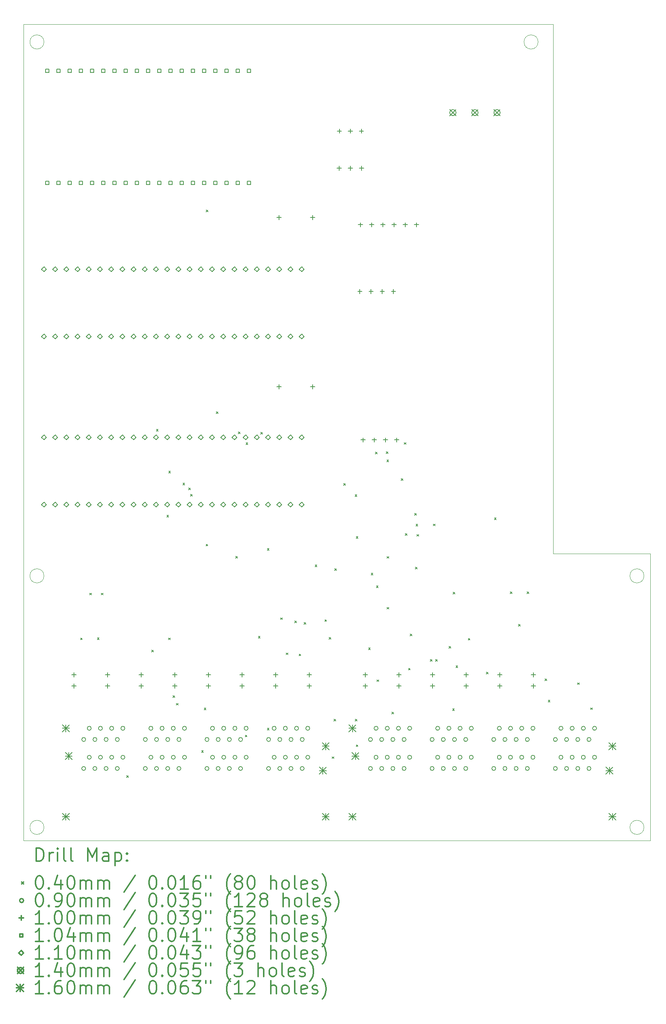
<source format=gbr>
%FSLAX45Y45*%
G04 Gerber Fmt 4.5, Leading zero omitted, Abs format (unit mm)*
G04 Created by KiCad (PCBNEW (5.1.9-0-10_14)) date 2021-06-23 09:31:43*
%MOMM*%
%LPD*%
G01*
G04 APERTURE LIST*
%TA.AperFunction,Profile*%
%ADD10C,0.050000*%
%TD*%
%ADD11C,0.200000*%
%ADD12C,0.300000*%
G04 APERTURE END LIST*
D10*
X14660000Y-4400000D02*
G75*
G03*
X14660000Y-4400000I-160000J0D01*
G01*
X3460000Y-4400000D02*
G75*
G03*
X3460000Y-4400000I-160000J0D01*
G01*
X3460000Y-16500000D02*
G75*
G03*
X3460000Y-16500000I-160000J0D01*
G01*
X17060000Y-16500000D02*
G75*
G03*
X17060000Y-16500000I-160000J0D01*
G01*
X15000000Y-16000000D02*
X17200000Y-16000000D01*
X15000000Y-4000000D02*
X15000000Y-16000000D01*
X15000000Y-4000000D02*
X3000000Y-4000000D01*
X17200000Y-22500000D02*
X3000000Y-22500000D01*
X17200000Y-22500000D02*
X17200000Y-16000000D01*
X17060000Y-22200000D02*
G75*
G03*
X17060000Y-22200000I-160000J0D01*
G01*
X3460000Y-22200000D02*
G75*
G03*
X3460000Y-22200000I-160000J0D01*
G01*
X3000000Y-22500000D02*
X3000000Y-4000000D01*
D11*
X4288530Y-17906820D02*
X4328530Y-17946820D01*
X4328530Y-17906820D02*
X4288530Y-17946820D01*
X4495330Y-16891430D02*
X4535330Y-16931430D01*
X4535330Y-16891430D02*
X4495330Y-16931430D01*
X4669530Y-17903310D02*
X4709530Y-17943310D01*
X4709530Y-17903310D02*
X4669530Y-17943310D01*
X4758000Y-16891430D02*
X4798000Y-16931430D01*
X4798000Y-16891430D02*
X4758000Y-16931430D01*
X5336370Y-21029190D02*
X5376370Y-21069190D01*
X5376370Y-21029190D02*
X5336370Y-21069190D01*
X5901000Y-18180340D02*
X5941000Y-18220340D01*
X5941000Y-18180340D02*
X5901000Y-18220340D01*
X6007780Y-13179060D02*
X6047780Y-13219060D01*
X6047780Y-13179060D02*
X6007780Y-13219060D01*
X6244890Y-15126180D02*
X6284890Y-15166180D01*
X6284890Y-15126180D02*
X6244890Y-15166180D01*
X6282000Y-17906040D02*
X6322000Y-17946040D01*
X6322000Y-17906040D02*
X6282000Y-17946040D01*
X6286630Y-14129590D02*
X6326630Y-14169590D01*
X6326630Y-14129590D02*
X6286630Y-14169590D01*
X6381560Y-19216620D02*
X6421560Y-19256620D01*
X6421560Y-19216620D02*
X6381560Y-19256620D01*
X6459530Y-19388060D02*
X6499530Y-19428060D01*
X6499530Y-19388060D02*
X6459530Y-19428060D01*
X6609440Y-14395260D02*
X6649440Y-14435260D01*
X6649440Y-14395260D02*
X6609440Y-14435260D01*
X6738780Y-14508170D02*
X6778780Y-14548170D01*
X6778780Y-14508170D02*
X6738780Y-14548170D01*
X6780560Y-14648590D02*
X6820560Y-14688590D01*
X6820560Y-14648590D02*
X6780560Y-14688590D01*
X7031460Y-20460090D02*
X7071460Y-20500090D01*
X7071460Y-20460090D02*
X7031460Y-20500090D01*
X7091580Y-19491680D02*
X7131580Y-19531680D01*
X7131580Y-19491680D02*
X7091580Y-19531680D01*
X7132840Y-15782080D02*
X7172840Y-15822080D01*
X7172840Y-15782080D02*
X7132840Y-15822080D01*
X7139860Y-8208390D02*
X7179860Y-8248390D01*
X7179860Y-8208390D02*
X7139860Y-8248390D01*
X7363950Y-12779960D02*
X7403950Y-12819960D01*
X7403950Y-12779960D02*
X7363950Y-12819960D01*
X7806000Y-16054520D02*
X7846000Y-16094520D01*
X7846000Y-16054520D02*
X7806000Y-16094520D01*
X7868430Y-13235120D02*
X7908430Y-13275120D01*
X7908430Y-13235120D02*
X7868430Y-13275120D01*
X8022000Y-20107720D02*
X8062000Y-20147720D01*
X8062000Y-20107720D02*
X8022000Y-20147720D01*
X8039040Y-13480370D02*
X8079040Y-13520370D01*
X8079040Y-13480370D02*
X8039040Y-13520370D01*
X8318510Y-17868570D02*
X8358510Y-17908570D01*
X8358510Y-17868570D02*
X8318510Y-17908570D01*
X8376430Y-13248990D02*
X8416430Y-13288990D01*
X8416430Y-13248990D02*
X8376430Y-13288990D01*
X8520890Y-19950080D02*
X8560890Y-19990080D01*
X8560890Y-19950080D02*
X8520890Y-19990080D01*
X8521000Y-15876340D02*
X8561000Y-15916340D01*
X8561000Y-15876340D02*
X8521000Y-15916340D01*
X8822000Y-17449480D02*
X8862000Y-17489480D01*
X8862000Y-17449480D02*
X8822000Y-17489480D01*
X8949000Y-18245340D02*
X8989000Y-18285340D01*
X8989000Y-18245340D02*
X8949000Y-18285340D01*
X9142020Y-17522050D02*
X9182020Y-17562050D01*
X9182020Y-17522050D02*
X9142020Y-17562050D01*
X9240880Y-18270520D02*
X9280880Y-18310520D01*
X9280880Y-18270520D02*
X9240880Y-18310520D01*
X9356720Y-17558230D02*
X9396720Y-17598230D01*
X9396720Y-17558230D02*
X9356720Y-17598230D01*
X9604650Y-16252110D02*
X9644650Y-16292110D01*
X9644650Y-16252110D02*
X9604650Y-16292110D01*
X9825670Y-17492840D02*
X9865670Y-17532840D01*
X9865670Y-17492840D02*
X9825670Y-17532840D01*
X9920720Y-17891360D02*
X9960720Y-17931360D01*
X9960720Y-17891360D02*
X9920720Y-17931360D01*
X9990400Y-20600400D02*
X10030400Y-20640400D01*
X10030400Y-20600400D02*
X9990400Y-20640400D01*
X10035600Y-19749340D02*
X10075600Y-19789340D01*
X10075600Y-19749340D02*
X10035600Y-19789340D01*
X10047420Y-16336070D02*
X10087420Y-16376070D01*
X10087420Y-16336070D02*
X10047420Y-16376070D01*
X10254350Y-14407390D02*
X10294350Y-14447390D01*
X10294350Y-14407390D02*
X10254350Y-14447390D01*
X10510530Y-14661410D02*
X10550530Y-14701410D01*
X10550530Y-14661410D02*
X10510530Y-14701410D01*
X10513050Y-19750880D02*
X10553050Y-19790880D01*
X10553050Y-19750880D02*
X10513050Y-19790880D01*
X10536850Y-15608850D02*
X10576850Y-15648850D01*
X10576850Y-15608850D02*
X10536850Y-15648850D01*
X10537470Y-20327830D02*
X10577470Y-20367830D01*
X10577470Y-20327830D02*
X10537470Y-20367830D01*
X10815610Y-18133130D02*
X10855610Y-18173130D01*
X10855610Y-18133130D02*
X10815610Y-18173130D01*
X10875630Y-16438490D02*
X10915630Y-16478490D01*
X10915630Y-16438490D02*
X10875630Y-16478490D01*
X10970270Y-13694990D02*
X11010270Y-13734990D01*
X11010270Y-13694990D02*
X10970270Y-13734990D01*
X10993730Y-16725430D02*
X11033730Y-16765430D01*
X11033730Y-16725430D02*
X10993730Y-16765430D01*
X11007730Y-18856250D02*
X11047730Y-18896250D01*
X11047730Y-18856250D02*
X11007730Y-18896250D01*
X11216470Y-13683690D02*
X11256470Y-13723690D01*
X11256470Y-13683690D02*
X11216470Y-13723690D01*
X11230240Y-13874100D02*
X11270240Y-13914100D01*
X11270240Y-13874100D02*
X11230240Y-13914100D01*
X11235000Y-17213890D02*
X11275000Y-17253890D01*
X11275000Y-17213890D02*
X11235000Y-17253890D01*
X11237560Y-16061340D02*
X11277560Y-16101340D01*
X11277560Y-16061340D02*
X11237560Y-16101340D01*
X11348000Y-19590470D02*
X11388000Y-19630470D01*
X11388000Y-19590470D02*
X11348000Y-19630470D01*
X11554840Y-14293140D02*
X11594840Y-14333140D01*
X11594840Y-14293140D02*
X11554840Y-14333140D01*
X11625900Y-13478440D02*
X11665900Y-13518440D01*
X11665900Y-13478440D02*
X11625900Y-13518440D01*
X11653060Y-15539350D02*
X11693060Y-15579350D01*
X11693060Y-15539350D02*
X11653060Y-15579350D01*
X11723410Y-18594030D02*
X11763410Y-18634030D01*
X11763410Y-18594030D02*
X11723410Y-18634030D01*
X11762250Y-17820340D02*
X11802250Y-17860340D01*
X11802250Y-17820340D02*
X11762250Y-17860340D01*
X11864610Y-15084540D02*
X11904610Y-15124540D01*
X11904610Y-15084540D02*
X11864610Y-15124540D01*
X11881130Y-16304390D02*
X11921130Y-16344390D01*
X11921130Y-16304390D02*
X11881130Y-16344390D01*
X11891200Y-15329210D02*
X11931200Y-15369210D01*
X11931200Y-15329210D02*
X11891200Y-15369210D01*
X11911740Y-15562370D02*
X11951740Y-15602370D01*
X11951740Y-15562370D02*
X11911740Y-15602370D01*
X12218100Y-18393470D02*
X12258100Y-18433470D01*
X12258100Y-18393470D02*
X12218100Y-18433470D01*
X12284960Y-15325680D02*
X12324960Y-15365680D01*
X12324960Y-15325680D02*
X12284960Y-15365680D01*
X12337150Y-18394870D02*
X12377150Y-18434870D01*
X12377150Y-18394870D02*
X12337150Y-18434870D01*
X12641770Y-18097950D02*
X12681770Y-18137950D01*
X12681770Y-18097950D02*
X12641770Y-18137950D01*
X12720360Y-19510330D02*
X12760360Y-19550330D01*
X12760360Y-19510330D02*
X12720360Y-19550330D01*
X12734140Y-16869190D02*
X12774140Y-16909190D01*
X12774140Y-16869190D02*
X12734140Y-16909190D01*
X12797210Y-18539370D02*
X12837210Y-18579370D01*
X12837210Y-18539370D02*
X12797210Y-18579370D01*
X13077530Y-17915680D02*
X13117530Y-17955680D01*
X13117530Y-17915680D02*
X13077530Y-17955680D01*
X13488370Y-18678920D02*
X13528370Y-18718920D01*
X13528370Y-18678920D02*
X13488370Y-18718920D01*
X13669880Y-15185800D02*
X13709880Y-15225800D01*
X13709880Y-15185800D02*
X13669880Y-15225800D01*
X14029000Y-16860080D02*
X14069000Y-16900080D01*
X14069000Y-16860080D02*
X14029000Y-16900080D01*
X14218230Y-17598210D02*
X14258230Y-17638210D01*
X14258230Y-17598210D02*
X14218230Y-17638210D01*
X14410000Y-16862510D02*
X14450000Y-16902510D01*
X14450000Y-16862510D02*
X14410000Y-16902510D01*
X14819210Y-18835370D02*
X14859210Y-18875370D01*
X14859210Y-18835370D02*
X14819210Y-18875370D01*
X14889800Y-19315500D02*
X14929800Y-19355500D01*
X14929800Y-19315500D02*
X14889800Y-19355500D01*
X15553000Y-18924000D02*
X15593000Y-18964000D01*
X15593000Y-18924000D02*
X15553000Y-18964000D01*
X15850690Y-19491430D02*
X15890690Y-19531430D01*
X15890690Y-19491430D02*
X15850690Y-19531430D01*
X4405000Y-20208000D02*
G75*
G03*
X4405000Y-20208000I-45000J0D01*
G01*
X4405000Y-20865000D02*
G75*
G03*
X4405000Y-20865000I-45000J0D01*
G01*
X4531000Y-19954000D02*
G75*
G03*
X4531000Y-19954000I-45000J0D01*
G01*
X4531000Y-20611000D02*
G75*
G03*
X4531000Y-20611000I-45000J0D01*
G01*
X4659000Y-20208000D02*
G75*
G03*
X4659000Y-20208000I-45000J0D01*
G01*
X4659000Y-20865000D02*
G75*
G03*
X4659000Y-20865000I-45000J0D01*
G01*
X4785000Y-19954000D02*
G75*
G03*
X4785000Y-19954000I-45000J0D01*
G01*
X4785000Y-20611000D02*
G75*
G03*
X4785000Y-20611000I-45000J0D01*
G01*
X4913000Y-20208000D02*
G75*
G03*
X4913000Y-20208000I-45000J0D01*
G01*
X4913000Y-20865000D02*
G75*
G03*
X4913000Y-20865000I-45000J0D01*
G01*
X5039000Y-19954000D02*
G75*
G03*
X5039000Y-19954000I-45000J0D01*
G01*
X5039000Y-20611000D02*
G75*
G03*
X5039000Y-20611000I-45000J0D01*
G01*
X5167000Y-20208000D02*
G75*
G03*
X5167000Y-20208000I-45000J0D01*
G01*
X5167000Y-20865000D02*
G75*
G03*
X5167000Y-20865000I-45000J0D01*
G01*
X5293000Y-19954000D02*
G75*
G03*
X5293000Y-19954000I-45000J0D01*
G01*
X5293000Y-20611000D02*
G75*
G03*
X5293000Y-20611000I-45000J0D01*
G01*
X5802000Y-20208000D02*
G75*
G03*
X5802000Y-20208000I-45000J0D01*
G01*
X5802000Y-20865000D02*
G75*
G03*
X5802000Y-20865000I-45000J0D01*
G01*
X5928000Y-19954000D02*
G75*
G03*
X5928000Y-19954000I-45000J0D01*
G01*
X5928000Y-20611000D02*
G75*
G03*
X5928000Y-20611000I-45000J0D01*
G01*
X6056000Y-20208000D02*
G75*
G03*
X6056000Y-20208000I-45000J0D01*
G01*
X6056000Y-20865000D02*
G75*
G03*
X6056000Y-20865000I-45000J0D01*
G01*
X6182000Y-19954000D02*
G75*
G03*
X6182000Y-19954000I-45000J0D01*
G01*
X6182000Y-20611000D02*
G75*
G03*
X6182000Y-20611000I-45000J0D01*
G01*
X6310000Y-20208000D02*
G75*
G03*
X6310000Y-20208000I-45000J0D01*
G01*
X6310000Y-20865000D02*
G75*
G03*
X6310000Y-20865000I-45000J0D01*
G01*
X6436000Y-19954000D02*
G75*
G03*
X6436000Y-19954000I-45000J0D01*
G01*
X6436000Y-20611000D02*
G75*
G03*
X6436000Y-20611000I-45000J0D01*
G01*
X6564000Y-20208000D02*
G75*
G03*
X6564000Y-20208000I-45000J0D01*
G01*
X6564000Y-20865000D02*
G75*
G03*
X6564000Y-20865000I-45000J0D01*
G01*
X6690000Y-19954000D02*
G75*
G03*
X6690000Y-19954000I-45000J0D01*
G01*
X6690000Y-20611000D02*
G75*
G03*
X6690000Y-20611000I-45000J0D01*
G01*
X7199000Y-20208000D02*
G75*
G03*
X7199000Y-20208000I-45000J0D01*
G01*
X7199000Y-20865000D02*
G75*
G03*
X7199000Y-20865000I-45000J0D01*
G01*
X7325000Y-19954000D02*
G75*
G03*
X7325000Y-19954000I-45000J0D01*
G01*
X7325000Y-20611000D02*
G75*
G03*
X7325000Y-20611000I-45000J0D01*
G01*
X7453000Y-20208000D02*
G75*
G03*
X7453000Y-20208000I-45000J0D01*
G01*
X7453000Y-20865000D02*
G75*
G03*
X7453000Y-20865000I-45000J0D01*
G01*
X7579000Y-19954000D02*
G75*
G03*
X7579000Y-19954000I-45000J0D01*
G01*
X7579000Y-20611000D02*
G75*
G03*
X7579000Y-20611000I-45000J0D01*
G01*
X7707000Y-20208000D02*
G75*
G03*
X7707000Y-20208000I-45000J0D01*
G01*
X7707000Y-20865000D02*
G75*
G03*
X7707000Y-20865000I-45000J0D01*
G01*
X7833000Y-19954000D02*
G75*
G03*
X7833000Y-19954000I-45000J0D01*
G01*
X7833000Y-20611000D02*
G75*
G03*
X7833000Y-20611000I-45000J0D01*
G01*
X7961000Y-20208000D02*
G75*
G03*
X7961000Y-20208000I-45000J0D01*
G01*
X7961000Y-20865000D02*
G75*
G03*
X7961000Y-20865000I-45000J0D01*
G01*
X8087000Y-19954000D02*
G75*
G03*
X8087000Y-19954000I-45000J0D01*
G01*
X8087000Y-20611000D02*
G75*
G03*
X8087000Y-20611000I-45000J0D01*
G01*
X8596000Y-20208000D02*
G75*
G03*
X8596000Y-20208000I-45000J0D01*
G01*
X8596000Y-20865000D02*
G75*
G03*
X8596000Y-20865000I-45000J0D01*
G01*
X8722000Y-19954000D02*
G75*
G03*
X8722000Y-19954000I-45000J0D01*
G01*
X8722000Y-20611000D02*
G75*
G03*
X8722000Y-20611000I-45000J0D01*
G01*
X8850000Y-20208000D02*
G75*
G03*
X8850000Y-20208000I-45000J0D01*
G01*
X8850000Y-20865000D02*
G75*
G03*
X8850000Y-20865000I-45000J0D01*
G01*
X8976000Y-19954000D02*
G75*
G03*
X8976000Y-19954000I-45000J0D01*
G01*
X8976000Y-20611000D02*
G75*
G03*
X8976000Y-20611000I-45000J0D01*
G01*
X9104000Y-20208000D02*
G75*
G03*
X9104000Y-20208000I-45000J0D01*
G01*
X9104000Y-20865000D02*
G75*
G03*
X9104000Y-20865000I-45000J0D01*
G01*
X9230000Y-19954000D02*
G75*
G03*
X9230000Y-19954000I-45000J0D01*
G01*
X9230000Y-20611000D02*
G75*
G03*
X9230000Y-20611000I-45000J0D01*
G01*
X9358000Y-20208000D02*
G75*
G03*
X9358000Y-20208000I-45000J0D01*
G01*
X9358000Y-20865000D02*
G75*
G03*
X9358000Y-20865000I-45000J0D01*
G01*
X9484000Y-19954000D02*
G75*
G03*
X9484000Y-19954000I-45000J0D01*
G01*
X9484000Y-20611000D02*
G75*
G03*
X9484000Y-20611000I-45000J0D01*
G01*
X10905000Y-20208000D02*
G75*
G03*
X10905000Y-20208000I-45000J0D01*
G01*
X10905000Y-20865000D02*
G75*
G03*
X10905000Y-20865000I-45000J0D01*
G01*
X11031000Y-19954000D02*
G75*
G03*
X11031000Y-19954000I-45000J0D01*
G01*
X11031000Y-20611000D02*
G75*
G03*
X11031000Y-20611000I-45000J0D01*
G01*
X11159000Y-20208000D02*
G75*
G03*
X11159000Y-20208000I-45000J0D01*
G01*
X11159000Y-20865000D02*
G75*
G03*
X11159000Y-20865000I-45000J0D01*
G01*
X11285000Y-19954000D02*
G75*
G03*
X11285000Y-19954000I-45000J0D01*
G01*
X11285000Y-20611000D02*
G75*
G03*
X11285000Y-20611000I-45000J0D01*
G01*
X11413000Y-20208000D02*
G75*
G03*
X11413000Y-20208000I-45000J0D01*
G01*
X11413000Y-20865000D02*
G75*
G03*
X11413000Y-20865000I-45000J0D01*
G01*
X11539000Y-19954000D02*
G75*
G03*
X11539000Y-19954000I-45000J0D01*
G01*
X11539000Y-20611000D02*
G75*
G03*
X11539000Y-20611000I-45000J0D01*
G01*
X11667000Y-20208000D02*
G75*
G03*
X11667000Y-20208000I-45000J0D01*
G01*
X11667000Y-20865000D02*
G75*
G03*
X11667000Y-20865000I-45000J0D01*
G01*
X11793000Y-19954000D02*
G75*
G03*
X11793000Y-19954000I-45000J0D01*
G01*
X11793000Y-20611000D02*
G75*
G03*
X11793000Y-20611000I-45000J0D01*
G01*
X12302000Y-20208000D02*
G75*
G03*
X12302000Y-20208000I-45000J0D01*
G01*
X12302000Y-20865000D02*
G75*
G03*
X12302000Y-20865000I-45000J0D01*
G01*
X12428000Y-19954000D02*
G75*
G03*
X12428000Y-19954000I-45000J0D01*
G01*
X12428000Y-20611000D02*
G75*
G03*
X12428000Y-20611000I-45000J0D01*
G01*
X12556000Y-20208000D02*
G75*
G03*
X12556000Y-20208000I-45000J0D01*
G01*
X12556000Y-20865000D02*
G75*
G03*
X12556000Y-20865000I-45000J0D01*
G01*
X12682000Y-19954000D02*
G75*
G03*
X12682000Y-19954000I-45000J0D01*
G01*
X12682000Y-20611000D02*
G75*
G03*
X12682000Y-20611000I-45000J0D01*
G01*
X12810000Y-20208000D02*
G75*
G03*
X12810000Y-20208000I-45000J0D01*
G01*
X12810000Y-20865000D02*
G75*
G03*
X12810000Y-20865000I-45000J0D01*
G01*
X12936000Y-19954000D02*
G75*
G03*
X12936000Y-19954000I-45000J0D01*
G01*
X12936000Y-20611000D02*
G75*
G03*
X12936000Y-20611000I-45000J0D01*
G01*
X13064000Y-20208000D02*
G75*
G03*
X13064000Y-20208000I-45000J0D01*
G01*
X13064000Y-20865000D02*
G75*
G03*
X13064000Y-20865000I-45000J0D01*
G01*
X13190000Y-19954000D02*
G75*
G03*
X13190000Y-19954000I-45000J0D01*
G01*
X13190000Y-20611000D02*
G75*
G03*
X13190000Y-20611000I-45000J0D01*
G01*
X13699000Y-20208000D02*
G75*
G03*
X13699000Y-20208000I-45000J0D01*
G01*
X13699000Y-20865000D02*
G75*
G03*
X13699000Y-20865000I-45000J0D01*
G01*
X13825000Y-19954000D02*
G75*
G03*
X13825000Y-19954000I-45000J0D01*
G01*
X13825000Y-20611000D02*
G75*
G03*
X13825000Y-20611000I-45000J0D01*
G01*
X13953000Y-20208000D02*
G75*
G03*
X13953000Y-20208000I-45000J0D01*
G01*
X13953000Y-20865000D02*
G75*
G03*
X13953000Y-20865000I-45000J0D01*
G01*
X14079000Y-19954000D02*
G75*
G03*
X14079000Y-19954000I-45000J0D01*
G01*
X14079000Y-20611000D02*
G75*
G03*
X14079000Y-20611000I-45000J0D01*
G01*
X14207000Y-20208000D02*
G75*
G03*
X14207000Y-20208000I-45000J0D01*
G01*
X14207000Y-20865000D02*
G75*
G03*
X14207000Y-20865000I-45000J0D01*
G01*
X14333000Y-19954000D02*
G75*
G03*
X14333000Y-19954000I-45000J0D01*
G01*
X14333000Y-20611000D02*
G75*
G03*
X14333000Y-20611000I-45000J0D01*
G01*
X14461000Y-20208000D02*
G75*
G03*
X14461000Y-20208000I-45000J0D01*
G01*
X14461000Y-20865000D02*
G75*
G03*
X14461000Y-20865000I-45000J0D01*
G01*
X14587000Y-19954000D02*
G75*
G03*
X14587000Y-19954000I-45000J0D01*
G01*
X14587000Y-20611000D02*
G75*
G03*
X14587000Y-20611000I-45000J0D01*
G01*
X15096000Y-20208000D02*
G75*
G03*
X15096000Y-20208000I-45000J0D01*
G01*
X15096000Y-20865000D02*
G75*
G03*
X15096000Y-20865000I-45000J0D01*
G01*
X15222000Y-19954000D02*
G75*
G03*
X15222000Y-19954000I-45000J0D01*
G01*
X15222000Y-20611000D02*
G75*
G03*
X15222000Y-20611000I-45000J0D01*
G01*
X15350000Y-20208000D02*
G75*
G03*
X15350000Y-20208000I-45000J0D01*
G01*
X15350000Y-20865000D02*
G75*
G03*
X15350000Y-20865000I-45000J0D01*
G01*
X15476000Y-19954000D02*
G75*
G03*
X15476000Y-19954000I-45000J0D01*
G01*
X15476000Y-20611000D02*
G75*
G03*
X15476000Y-20611000I-45000J0D01*
G01*
X15604000Y-20208000D02*
G75*
G03*
X15604000Y-20208000I-45000J0D01*
G01*
X15604000Y-20865000D02*
G75*
G03*
X15604000Y-20865000I-45000J0D01*
G01*
X15730000Y-19954000D02*
G75*
G03*
X15730000Y-19954000I-45000J0D01*
G01*
X15730000Y-20611000D02*
G75*
G03*
X15730000Y-20611000I-45000J0D01*
G01*
X15858000Y-20208000D02*
G75*
G03*
X15858000Y-20208000I-45000J0D01*
G01*
X15858000Y-20865000D02*
G75*
G03*
X15858000Y-20865000I-45000J0D01*
G01*
X15984000Y-19954000D02*
G75*
G03*
X15984000Y-19954000I-45000J0D01*
G01*
X15984000Y-20611000D02*
G75*
G03*
X15984000Y-20611000I-45000J0D01*
G01*
X4142000Y-18692000D02*
X4142000Y-18792000D01*
X4092000Y-18742000D02*
X4192000Y-18742000D01*
X4142000Y-18946000D02*
X4142000Y-19046000D01*
X4092000Y-18996000D02*
X4192000Y-18996000D01*
X4904000Y-18692000D02*
X4904000Y-18792000D01*
X4854000Y-18742000D02*
X4954000Y-18742000D01*
X4904000Y-18946000D02*
X4904000Y-19046000D01*
X4854000Y-18996000D02*
X4954000Y-18996000D01*
X5666000Y-18692000D02*
X5666000Y-18792000D01*
X5616000Y-18742000D02*
X5716000Y-18742000D01*
X5666000Y-18946000D02*
X5666000Y-19046000D01*
X5616000Y-18996000D02*
X5716000Y-18996000D01*
X6428000Y-18692000D02*
X6428000Y-18792000D01*
X6378000Y-18742000D02*
X6478000Y-18742000D01*
X6428000Y-18946000D02*
X6428000Y-19046000D01*
X6378000Y-18996000D02*
X6478000Y-18996000D01*
X7190000Y-18692000D02*
X7190000Y-18792000D01*
X7140000Y-18742000D02*
X7240000Y-18742000D01*
X7190000Y-18946000D02*
X7190000Y-19046000D01*
X7140000Y-18996000D02*
X7240000Y-18996000D01*
X7952000Y-18692000D02*
X7952000Y-18792000D01*
X7902000Y-18742000D02*
X8002000Y-18742000D01*
X7952000Y-18946000D02*
X7952000Y-19046000D01*
X7902000Y-18996000D02*
X8002000Y-18996000D01*
X8714000Y-18692000D02*
X8714000Y-18792000D01*
X8664000Y-18742000D02*
X8764000Y-18742000D01*
X8714000Y-18946000D02*
X8714000Y-19046000D01*
X8664000Y-18996000D02*
X8764000Y-18996000D01*
X8788400Y-8325900D02*
X8788400Y-8425900D01*
X8738400Y-8375900D02*
X8838400Y-8375900D01*
X8788400Y-12161300D02*
X8788400Y-12261300D01*
X8738400Y-12211300D02*
X8838400Y-12211300D01*
X9476000Y-18692000D02*
X9476000Y-18792000D01*
X9426000Y-18742000D02*
X9526000Y-18742000D01*
X9476000Y-18946000D02*
X9476000Y-19046000D01*
X9426000Y-18996000D02*
X9526000Y-18996000D01*
X9548400Y-8325900D02*
X9548400Y-8425900D01*
X9498400Y-8375900D02*
X9598400Y-8375900D01*
X9548400Y-12161300D02*
X9548400Y-12261300D01*
X9498400Y-12211300D02*
X9598400Y-12211300D01*
X10147300Y-7208300D02*
X10147300Y-7308300D01*
X10097300Y-7258300D02*
X10197300Y-7258300D01*
X10155200Y-6367300D02*
X10155200Y-6467300D01*
X10105200Y-6417300D02*
X10205200Y-6417300D01*
X10401300Y-7208300D02*
X10401300Y-7308300D01*
X10351300Y-7258300D02*
X10451300Y-7258300D01*
X10405200Y-6367300D02*
X10405200Y-6467300D01*
X10355200Y-6417300D02*
X10455200Y-6417300D01*
X10620000Y-10004000D02*
X10620000Y-10104000D01*
X10570000Y-10054000D02*
X10670000Y-10054000D01*
X10629900Y-8491000D02*
X10629900Y-8591000D01*
X10579900Y-8541000D02*
X10679900Y-8541000D01*
X10655200Y-6367300D02*
X10655200Y-6467300D01*
X10605200Y-6417300D02*
X10705200Y-6417300D01*
X10655300Y-7208300D02*
X10655300Y-7308300D01*
X10605300Y-7258300D02*
X10705300Y-7258300D01*
X10693400Y-13367800D02*
X10693400Y-13467800D01*
X10643400Y-13417800D02*
X10743400Y-13417800D01*
X10746000Y-18692000D02*
X10746000Y-18792000D01*
X10696000Y-18742000D02*
X10796000Y-18742000D01*
X10746000Y-18946000D02*
X10746000Y-19046000D01*
X10696000Y-18996000D02*
X10796000Y-18996000D01*
X10874000Y-10004000D02*
X10874000Y-10104000D01*
X10824000Y-10054000D02*
X10924000Y-10054000D01*
X10883900Y-8491000D02*
X10883900Y-8591000D01*
X10833900Y-8541000D02*
X10933900Y-8541000D01*
X10947400Y-13367800D02*
X10947400Y-13467800D01*
X10897400Y-13417800D02*
X10997400Y-13417800D01*
X11128000Y-10004000D02*
X11128000Y-10104000D01*
X11078000Y-10054000D02*
X11178000Y-10054000D01*
X11137900Y-8491000D02*
X11137900Y-8591000D01*
X11087900Y-8541000D02*
X11187900Y-8541000D01*
X11201400Y-13367800D02*
X11201400Y-13467800D01*
X11151400Y-13417800D02*
X11251400Y-13417800D01*
X11382000Y-10004000D02*
X11382000Y-10104000D01*
X11332000Y-10054000D02*
X11432000Y-10054000D01*
X11391900Y-8491000D02*
X11391900Y-8591000D01*
X11341900Y-8541000D02*
X11441900Y-8541000D01*
X11455400Y-13367800D02*
X11455400Y-13467800D01*
X11405400Y-13417800D02*
X11505400Y-13417800D01*
X11508000Y-18692000D02*
X11508000Y-18792000D01*
X11458000Y-18742000D02*
X11558000Y-18742000D01*
X11508000Y-18946000D02*
X11508000Y-19046000D01*
X11458000Y-18996000D02*
X11558000Y-18996000D01*
X11645900Y-8491000D02*
X11645900Y-8591000D01*
X11595900Y-8541000D02*
X11695900Y-8541000D01*
X11899900Y-8491000D02*
X11899900Y-8591000D01*
X11849900Y-8541000D02*
X11949900Y-8541000D01*
X12270000Y-18692000D02*
X12270000Y-18792000D01*
X12220000Y-18742000D02*
X12320000Y-18742000D01*
X12270000Y-18946000D02*
X12270000Y-19046000D01*
X12220000Y-18996000D02*
X12320000Y-18996000D01*
X13032000Y-18692000D02*
X13032000Y-18792000D01*
X12982000Y-18742000D02*
X13082000Y-18742000D01*
X13032000Y-18946000D02*
X13032000Y-19046000D01*
X12982000Y-18996000D02*
X13082000Y-18996000D01*
X13794000Y-18692000D02*
X13794000Y-18792000D01*
X13744000Y-18742000D02*
X13844000Y-18742000D01*
X13794000Y-18946000D02*
X13794000Y-19046000D01*
X13744000Y-18996000D02*
X13844000Y-18996000D01*
X14556000Y-18692000D02*
X14556000Y-18792000D01*
X14506000Y-18742000D02*
X14606000Y-18742000D01*
X14556000Y-18946000D02*
X14556000Y-19046000D01*
X14506000Y-18996000D02*
X14606000Y-18996000D01*
X3568770Y-5090970D02*
X3568770Y-5017430D01*
X3495230Y-5017430D01*
X3495230Y-5090970D01*
X3568770Y-5090970D01*
X3568770Y-7630970D02*
X3568770Y-7557430D01*
X3495230Y-7557430D01*
X3495230Y-7630970D01*
X3568770Y-7630970D01*
X3822770Y-5090970D02*
X3822770Y-5017430D01*
X3749230Y-5017430D01*
X3749230Y-5090970D01*
X3822770Y-5090970D01*
X3822770Y-7630970D02*
X3822770Y-7557430D01*
X3749230Y-7557430D01*
X3749230Y-7630970D01*
X3822770Y-7630970D01*
X4076770Y-5090970D02*
X4076770Y-5017430D01*
X4003230Y-5017430D01*
X4003230Y-5090970D01*
X4076770Y-5090970D01*
X4076770Y-7630970D02*
X4076770Y-7557430D01*
X4003230Y-7557430D01*
X4003230Y-7630970D01*
X4076770Y-7630970D01*
X4330770Y-5090970D02*
X4330770Y-5017430D01*
X4257230Y-5017430D01*
X4257230Y-5090970D01*
X4330770Y-5090970D01*
X4330770Y-7630970D02*
X4330770Y-7557430D01*
X4257230Y-7557430D01*
X4257230Y-7630970D01*
X4330770Y-7630970D01*
X4584770Y-5090970D02*
X4584770Y-5017430D01*
X4511230Y-5017430D01*
X4511230Y-5090970D01*
X4584770Y-5090970D01*
X4584770Y-7630970D02*
X4584770Y-7557430D01*
X4511230Y-7557430D01*
X4511230Y-7630970D01*
X4584770Y-7630970D01*
X4838770Y-5090970D02*
X4838770Y-5017430D01*
X4765230Y-5017430D01*
X4765230Y-5090970D01*
X4838770Y-5090970D01*
X4838770Y-7630970D02*
X4838770Y-7557430D01*
X4765230Y-7557430D01*
X4765230Y-7630970D01*
X4838770Y-7630970D01*
X5092770Y-5090970D02*
X5092770Y-5017430D01*
X5019230Y-5017430D01*
X5019230Y-5090970D01*
X5092770Y-5090970D01*
X5092770Y-7630970D02*
X5092770Y-7557430D01*
X5019230Y-7557430D01*
X5019230Y-7630970D01*
X5092770Y-7630970D01*
X5346770Y-5090970D02*
X5346770Y-5017430D01*
X5273230Y-5017430D01*
X5273230Y-5090970D01*
X5346770Y-5090970D01*
X5346770Y-7630970D02*
X5346770Y-7557430D01*
X5273230Y-7557430D01*
X5273230Y-7630970D01*
X5346770Y-7630970D01*
X5600770Y-5090970D02*
X5600770Y-5017430D01*
X5527230Y-5017430D01*
X5527230Y-5090970D01*
X5600770Y-5090970D01*
X5600770Y-7630970D02*
X5600770Y-7557430D01*
X5527230Y-7557430D01*
X5527230Y-7630970D01*
X5600770Y-7630970D01*
X5854770Y-5090970D02*
X5854770Y-5017430D01*
X5781230Y-5017430D01*
X5781230Y-5090970D01*
X5854770Y-5090970D01*
X5854770Y-7630970D02*
X5854770Y-7557430D01*
X5781230Y-7557430D01*
X5781230Y-7630970D01*
X5854770Y-7630970D01*
X6108770Y-5090970D02*
X6108770Y-5017430D01*
X6035230Y-5017430D01*
X6035230Y-5090970D01*
X6108770Y-5090970D01*
X6108770Y-7630970D02*
X6108770Y-7557430D01*
X6035230Y-7557430D01*
X6035230Y-7630970D01*
X6108770Y-7630970D01*
X6362770Y-5090970D02*
X6362770Y-5017430D01*
X6289230Y-5017430D01*
X6289230Y-5090970D01*
X6362770Y-5090970D01*
X6362770Y-7630970D02*
X6362770Y-7557430D01*
X6289230Y-7557430D01*
X6289230Y-7630970D01*
X6362770Y-7630970D01*
X6616770Y-5090970D02*
X6616770Y-5017430D01*
X6543230Y-5017430D01*
X6543230Y-5090970D01*
X6616770Y-5090970D01*
X6616770Y-7630970D02*
X6616770Y-7557430D01*
X6543230Y-7557430D01*
X6543230Y-7630970D01*
X6616770Y-7630970D01*
X6870770Y-5090970D02*
X6870770Y-5017430D01*
X6797230Y-5017430D01*
X6797230Y-5090970D01*
X6870770Y-5090970D01*
X6870770Y-7630970D02*
X6870770Y-7557430D01*
X6797230Y-7557430D01*
X6797230Y-7630970D01*
X6870770Y-7630970D01*
X7124770Y-5090970D02*
X7124770Y-5017430D01*
X7051230Y-5017430D01*
X7051230Y-5090970D01*
X7124770Y-5090970D01*
X7124770Y-7630970D02*
X7124770Y-7557430D01*
X7051230Y-7557430D01*
X7051230Y-7630970D01*
X7124770Y-7630970D01*
X7378770Y-5090970D02*
X7378770Y-5017430D01*
X7305230Y-5017430D01*
X7305230Y-5090970D01*
X7378770Y-5090970D01*
X7378770Y-7630970D02*
X7378770Y-7557430D01*
X7305230Y-7557430D01*
X7305230Y-7630970D01*
X7378770Y-7630970D01*
X7632770Y-5090970D02*
X7632770Y-5017430D01*
X7559230Y-5017430D01*
X7559230Y-5090970D01*
X7632770Y-5090970D01*
X7632770Y-7630970D02*
X7632770Y-7557430D01*
X7559230Y-7557430D01*
X7559230Y-7630970D01*
X7632770Y-7630970D01*
X7886770Y-5090970D02*
X7886770Y-5017430D01*
X7813230Y-5017430D01*
X7813230Y-5090970D01*
X7886770Y-5090970D01*
X7886770Y-7630970D02*
X7886770Y-7557430D01*
X7813230Y-7557430D01*
X7813230Y-7630970D01*
X7886770Y-7630970D01*
X8140770Y-5090970D02*
X8140770Y-5017430D01*
X8067230Y-5017430D01*
X8067230Y-5090970D01*
X8140770Y-5090970D01*
X8140770Y-7630970D02*
X8140770Y-7557430D01*
X8067230Y-7557430D01*
X8067230Y-7630970D01*
X8140770Y-7630970D01*
X3461000Y-9605000D02*
X3516000Y-9550000D01*
X3461000Y-9495000D01*
X3406000Y-9550000D01*
X3461000Y-9605000D01*
X3461000Y-11129000D02*
X3516000Y-11074000D01*
X3461000Y-11019000D01*
X3406000Y-11074000D01*
X3461000Y-11129000D01*
X3461000Y-13415000D02*
X3516000Y-13360000D01*
X3461000Y-13305000D01*
X3406000Y-13360000D01*
X3461000Y-13415000D01*
X3461000Y-14939000D02*
X3516000Y-14884000D01*
X3461000Y-14829000D01*
X3406000Y-14884000D01*
X3461000Y-14939000D01*
X3715000Y-9605000D02*
X3770000Y-9550000D01*
X3715000Y-9495000D01*
X3660000Y-9550000D01*
X3715000Y-9605000D01*
X3715000Y-11129000D02*
X3770000Y-11074000D01*
X3715000Y-11019000D01*
X3660000Y-11074000D01*
X3715000Y-11129000D01*
X3715000Y-13415000D02*
X3770000Y-13360000D01*
X3715000Y-13305000D01*
X3660000Y-13360000D01*
X3715000Y-13415000D01*
X3715000Y-14939000D02*
X3770000Y-14884000D01*
X3715000Y-14829000D01*
X3660000Y-14884000D01*
X3715000Y-14939000D01*
X3969000Y-9605000D02*
X4024000Y-9550000D01*
X3969000Y-9495000D01*
X3914000Y-9550000D01*
X3969000Y-9605000D01*
X3969000Y-11129000D02*
X4024000Y-11074000D01*
X3969000Y-11019000D01*
X3914000Y-11074000D01*
X3969000Y-11129000D01*
X3969000Y-13415000D02*
X4024000Y-13360000D01*
X3969000Y-13305000D01*
X3914000Y-13360000D01*
X3969000Y-13415000D01*
X3969000Y-14939000D02*
X4024000Y-14884000D01*
X3969000Y-14829000D01*
X3914000Y-14884000D01*
X3969000Y-14939000D01*
X4223000Y-9605000D02*
X4278000Y-9550000D01*
X4223000Y-9495000D01*
X4168000Y-9550000D01*
X4223000Y-9605000D01*
X4223000Y-11129000D02*
X4278000Y-11074000D01*
X4223000Y-11019000D01*
X4168000Y-11074000D01*
X4223000Y-11129000D01*
X4223000Y-13415000D02*
X4278000Y-13360000D01*
X4223000Y-13305000D01*
X4168000Y-13360000D01*
X4223000Y-13415000D01*
X4223000Y-14939000D02*
X4278000Y-14884000D01*
X4223000Y-14829000D01*
X4168000Y-14884000D01*
X4223000Y-14939000D01*
X4477000Y-9605000D02*
X4532000Y-9550000D01*
X4477000Y-9495000D01*
X4422000Y-9550000D01*
X4477000Y-9605000D01*
X4477000Y-11129000D02*
X4532000Y-11074000D01*
X4477000Y-11019000D01*
X4422000Y-11074000D01*
X4477000Y-11129000D01*
X4477000Y-13415000D02*
X4532000Y-13360000D01*
X4477000Y-13305000D01*
X4422000Y-13360000D01*
X4477000Y-13415000D01*
X4477000Y-14939000D02*
X4532000Y-14884000D01*
X4477000Y-14829000D01*
X4422000Y-14884000D01*
X4477000Y-14939000D01*
X4731000Y-9605000D02*
X4786000Y-9550000D01*
X4731000Y-9495000D01*
X4676000Y-9550000D01*
X4731000Y-9605000D01*
X4731000Y-11129000D02*
X4786000Y-11074000D01*
X4731000Y-11019000D01*
X4676000Y-11074000D01*
X4731000Y-11129000D01*
X4731000Y-13415000D02*
X4786000Y-13360000D01*
X4731000Y-13305000D01*
X4676000Y-13360000D01*
X4731000Y-13415000D01*
X4731000Y-14939000D02*
X4786000Y-14884000D01*
X4731000Y-14829000D01*
X4676000Y-14884000D01*
X4731000Y-14939000D01*
X4985000Y-9605000D02*
X5040000Y-9550000D01*
X4985000Y-9495000D01*
X4930000Y-9550000D01*
X4985000Y-9605000D01*
X4985000Y-11129000D02*
X5040000Y-11074000D01*
X4985000Y-11019000D01*
X4930000Y-11074000D01*
X4985000Y-11129000D01*
X4985000Y-13415000D02*
X5040000Y-13360000D01*
X4985000Y-13305000D01*
X4930000Y-13360000D01*
X4985000Y-13415000D01*
X4985000Y-14939000D02*
X5040000Y-14884000D01*
X4985000Y-14829000D01*
X4930000Y-14884000D01*
X4985000Y-14939000D01*
X5239000Y-9605000D02*
X5294000Y-9550000D01*
X5239000Y-9495000D01*
X5184000Y-9550000D01*
X5239000Y-9605000D01*
X5239000Y-11129000D02*
X5294000Y-11074000D01*
X5239000Y-11019000D01*
X5184000Y-11074000D01*
X5239000Y-11129000D01*
X5239000Y-13415000D02*
X5294000Y-13360000D01*
X5239000Y-13305000D01*
X5184000Y-13360000D01*
X5239000Y-13415000D01*
X5239000Y-14939000D02*
X5294000Y-14884000D01*
X5239000Y-14829000D01*
X5184000Y-14884000D01*
X5239000Y-14939000D01*
X5493000Y-9605000D02*
X5548000Y-9550000D01*
X5493000Y-9495000D01*
X5438000Y-9550000D01*
X5493000Y-9605000D01*
X5493000Y-11129000D02*
X5548000Y-11074000D01*
X5493000Y-11019000D01*
X5438000Y-11074000D01*
X5493000Y-11129000D01*
X5493000Y-13415000D02*
X5548000Y-13360000D01*
X5493000Y-13305000D01*
X5438000Y-13360000D01*
X5493000Y-13415000D01*
X5493000Y-14939000D02*
X5548000Y-14884000D01*
X5493000Y-14829000D01*
X5438000Y-14884000D01*
X5493000Y-14939000D01*
X5747000Y-9605000D02*
X5802000Y-9550000D01*
X5747000Y-9495000D01*
X5692000Y-9550000D01*
X5747000Y-9605000D01*
X5747000Y-11129000D02*
X5802000Y-11074000D01*
X5747000Y-11019000D01*
X5692000Y-11074000D01*
X5747000Y-11129000D01*
X5747000Y-13415000D02*
X5802000Y-13360000D01*
X5747000Y-13305000D01*
X5692000Y-13360000D01*
X5747000Y-13415000D01*
X5747000Y-14939000D02*
X5802000Y-14884000D01*
X5747000Y-14829000D01*
X5692000Y-14884000D01*
X5747000Y-14939000D01*
X6001000Y-9605000D02*
X6056000Y-9550000D01*
X6001000Y-9495000D01*
X5946000Y-9550000D01*
X6001000Y-9605000D01*
X6001000Y-11129000D02*
X6056000Y-11074000D01*
X6001000Y-11019000D01*
X5946000Y-11074000D01*
X6001000Y-11129000D01*
X6001000Y-13415000D02*
X6056000Y-13360000D01*
X6001000Y-13305000D01*
X5946000Y-13360000D01*
X6001000Y-13415000D01*
X6001000Y-14939000D02*
X6056000Y-14884000D01*
X6001000Y-14829000D01*
X5946000Y-14884000D01*
X6001000Y-14939000D01*
X6255000Y-9605000D02*
X6310000Y-9550000D01*
X6255000Y-9495000D01*
X6200000Y-9550000D01*
X6255000Y-9605000D01*
X6255000Y-11129000D02*
X6310000Y-11074000D01*
X6255000Y-11019000D01*
X6200000Y-11074000D01*
X6255000Y-11129000D01*
X6255000Y-13415000D02*
X6310000Y-13360000D01*
X6255000Y-13305000D01*
X6200000Y-13360000D01*
X6255000Y-13415000D01*
X6255000Y-14939000D02*
X6310000Y-14884000D01*
X6255000Y-14829000D01*
X6200000Y-14884000D01*
X6255000Y-14939000D01*
X6509000Y-9605000D02*
X6564000Y-9550000D01*
X6509000Y-9495000D01*
X6454000Y-9550000D01*
X6509000Y-9605000D01*
X6509000Y-11129000D02*
X6564000Y-11074000D01*
X6509000Y-11019000D01*
X6454000Y-11074000D01*
X6509000Y-11129000D01*
X6509000Y-13415000D02*
X6564000Y-13360000D01*
X6509000Y-13305000D01*
X6454000Y-13360000D01*
X6509000Y-13415000D01*
X6509000Y-14939000D02*
X6564000Y-14884000D01*
X6509000Y-14829000D01*
X6454000Y-14884000D01*
X6509000Y-14939000D01*
X6763000Y-9605000D02*
X6818000Y-9550000D01*
X6763000Y-9495000D01*
X6708000Y-9550000D01*
X6763000Y-9605000D01*
X6763000Y-11129000D02*
X6818000Y-11074000D01*
X6763000Y-11019000D01*
X6708000Y-11074000D01*
X6763000Y-11129000D01*
X6763000Y-13415000D02*
X6818000Y-13360000D01*
X6763000Y-13305000D01*
X6708000Y-13360000D01*
X6763000Y-13415000D01*
X6763000Y-14939000D02*
X6818000Y-14884000D01*
X6763000Y-14829000D01*
X6708000Y-14884000D01*
X6763000Y-14939000D01*
X7017000Y-9605000D02*
X7072000Y-9550000D01*
X7017000Y-9495000D01*
X6962000Y-9550000D01*
X7017000Y-9605000D01*
X7017000Y-11129000D02*
X7072000Y-11074000D01*
X7017000Y-11019000D01*
X6962000Y-11074000D01*
X7017000Y-11129000D01*
X7017000Y-13415000D02*
X7072000Y-13360000D01*
X7017000Y-13305000D01*
X6962000Y-13360000D01*
X7017000Y-13415000D01*
X7017000Y-14939000D02*
X7072000Y-14884000D01*
X7017000Y-14829000D01*
X6962000Y-14884000D01*
X7017000Y-14939000D01*
X7271000Y-9605000D02*
X7326000Y-9550000D01*
X7271000Y-9495000D01*
X7216000Y-9550000D01*
X7271000Y-9605000D01*
X7271000Y-11129000D02*
X7326000Y-11074000D01*
X7271000Y-11019000D01*
X7216000Y-11074000D01*
X7271000Y-11129000D01*
X7271000Y-13415000D02*
X7326000Y-13360000D01*
X7271000Y-13305000D01*
X7216000Y-13360000D01*
X7271000Y-13415000D01*
X7271000Y-14939000D02*
X7326000Y-14884000D01*
X7271000Y-14829000D01*
X7216000Y-14884000D01*
X7271000Y-14939000D01*
X7525000Y-9605000D02*
X7580000Y-9550000D01*
X7525000Y-9495000D01*
X7470000Y-9550000D01*
X7525000Y-9605000D01*
X7525000Y-11129000D02*
X7580000Y-11074000D01*
X7525000Y-11019000D01*
X7470000Y-11074000D01*
X7525000Y-11129000D01*
X7525000Y-13415000D02*
X7580000Y-13360000D01*
X7525000Y-13305000D01*
X7470000Y-13360000D01*
X7525000Y-13415000D01*
X7525000Y-14939000D02*
X7580000Y-14884000D01*
X7525000Y-14829000D01*
X7470000Y-14884000D01*
X7525000Y-14939000D01*
X7779000Y-9605000D02*
X7834000Y-9550000D01*
X7779000Y-9495000D01*
X7724000Y-9550000D01*
X7779000Y-9605000D01*
X7779000Y-11129000D02*
X7834000Y-11074000D01*
X7779000Y-11019000D01*
X7724000Y-11074000D01*
X7779000Y-11129000D01*
X7779000Y-13415000D02*
X7834000Y-13360000D01*
X7779000Y-13305000D01*
X7724000Y-13360000D01*
X7779000Y-13415000D01*
X7779000Y-14939000D02*
X7834000Y-14884000D01*
X7779000Y-14829000D01*
X7724000Y-14884000D01*
X7779000Y-14939000D01*
X8033000Y-9605000D02*
X8088000Y-9550000D01*
X8033000Y-9495000D01*
X7978000Y-9550000D01*
X8033000Y-9605000D01*
X8033000Y-11129000D02*
X8088000Y-11074000D01*
X8033000Y-11019000D01*
X7978000Y-11074000D01*
X8033000Y-11129000D01*
X8033000Y-13415000D02*
X8088000Y-13360000D01*
X8033000Y-13305000D01*
X7978000Y-13360000D01*
X8033000Y-13415000D01*
X8033000Y-14939000D02*
X8088000Y-14884000D01*
X8033000Y-14829000D01*
X7978000Y-14884000D01*
X8033000Y-14939000D01*
X8287000Y-9605000D02*
X8342000Y-9550000D01*
X8287000Y-9495000D01*
X8232000Y-9550000D01*
X8287000Y-9605000D01*
X8287000Y-11129000D02*
X8342000Y-11074000D01*
X8287000Y-11019000D01*
X8232000Y-11074000D01*
X8287000Y-11129000D01*
X8287000Y-13415000D02*
X8342000Y-13360000D01*
X8287000Y-13305000D01*
X8232000Y-13360000D01*
X8287000Y-13415000D01*
X8287000Y-14939000D02*
X8342000Y-14884000D01*
X8287000Y-14829000D01*
X8232000Y-14884000D01*
X8287000Y-14939000D01*
X8541000Y-9605000D02*
X8596000Y-9550000D01*
X8541000Y-9495000D01*
X8486000Y-9550000D01*
X8541000Y-9605000D01*
X8541000Y-11129000D02*
X8596000Y-11074000D01*
X8541000Y-11019000D01*
X8486000Y-11074000D01*
X8541000Y-11129000D01*
X8541000Y-13415000D02*
X8596000Y-13360000D01*
X8541000Y-13305000D01*
X8486000Y-13360000D01*
X8541000Y-13415000D01*
X8541000Y-14939000D02*
X8596000Y-14884000D01*
X8541000Y-14829000D01*
X8486000Y-14884000D01*
X8541000Y-14939000D01*
X8795000Y-9605000D02*
X8850000Y-9550000D01*
X8795000Y-9495000D01*
X8740000Y-9550000D01*
X8795000Y-9605000D01*
X8795000Y-11129000D02*
X8850000Y-11074000D01*
X8795000Y-11019000D01*
X8740000Y-11074000D01*
X8795000Y-11129000D01*
X8795000Y-13415000D02*
X8850000Y-13360000D01*
X8795000Y-13305000D01*
X8740000Y-13360000D01*
X8795000Y-13415000D01*
X8795000Y-14939000D02*
X8850000Y-14884000D01*
X8795000Y-14829000D01*
X8740000Y-14884000D01*
X8795000Y-14939000D01*
X9049000Y-9605000D02*
X9104000Y-9550000D01*
X9049000Y-9495000D01*
X8994000Y-9550000D01*
X9049000Y-9605000D01*
X9049000Y-11129000D02*
X9104000Y-11074000D01*
X9049000Y-11019000D01*
X8994000Y-11074000D01*
X9049000Y-11129000D01*
X9049000Y-13415000D02*
X9104000Y-13360000D01*
X9049000Y-13305000D01*
X8994000Y-13360000D01*
X9049000Y-13415000D01*
X9049000Y-14939000D02*
X9104000Y-14884000D01*
X9049000Y-14829000D01*
X8994000Y-14884000D01*
X9049000Y-14939000D01*
X9303000Y-9605000D02*
X9358000Y-9550000D01*
X9303000Y-9495000D01*
X9248000Y-9550000D01*
X9303000Y-9605000D01*
X9303000Y-11129000D02*
X9358000Y-11074000D01*
X9303000Y-11019000D01*
X9248000Y-11074000D01*
X9303000Y-11129000D01*
X9303000Y-13415000D02*
X9358000Y-13360000D01*
X9303000Y-13305000D01*
X9248000Y-13360000D01*
X9303000Y-13415000D01*
X9303000Y-14939000D02*
X9358000Y-14884000D01*
X9303000Y-14829000D01*
X9248000Y-14884000D01*
X9303000Y-14939000D01*
X12658700Y-5931000D02*
X12798700Y-6071000D01*
X12798700Y-5931000D02*
X12658700Y-6071000D01*
X12798700Y-6001000D02*
G75*
G03*
X12798700Y-6001000I-70000J0D01*
G01*
X13158700Y-5931000D02*
X13298700Y-6071000D01*
X13298700Y-5931000D02*
X13158700Y-6071000D01*
X13298700Y-6001000D02*
G75*
G03*
X13298700Y-6001000I-70000J0D01*
G01*
X13658700Y-5931000D02*
X13798700Y-6071000D01*
X13798700Y-5931000D02*
X13658700Y-6071000D01*
X13798700Y-6001000D02*
G75*
G03*
X13798700Y-6001000I-70000J0D01*
G01*
X3874000Y-19874000D02*
X4034000Y-20034000D01*
X4034000Y-19874000D02*
X3874000Y-20034000D01*
X3954000Y-19874000D02*
X3954000Y-20034000D01*
X3874000Y-19954000D02*
X4034000Y-19954000D01*
X3874000Y-21877000D02*
X4034000Y-22037000D01*
X4034000Y-21877000D02*
X3874000Y-22037000D01*
X3954000Y-21877000D02*
X3954000Y-22037000D01*
X3874000Y-21957000D02*
X4034000Y-21957000D01*
X3940500Y-20505000D02*
X4100500Y-20665000D01*
X4100500Y-20505000D02*
X3940500Y-20665000D01*
X4020500Y-20505000D02*
X4020500Y-20665000D01*
X3940500Y-20585000D02*
X4100500Y-20585000D01*
X9699500Y-20835000D02*
X9859500Y-20995000D01*
X9859500Y-20835000D02*
X9699500Y-20995000D01*
X9779500Y-20835000D02*
X9779500Y-20995000D01*
X9699500Y-20915000D02*
X9859500Y-20915000D01*
X9766000Y-20280000D02*
X9926000Y-20440000D01*
X9926000Y-20280000D02*
X9766000Y-20440000D01*
X9846000Y-20280000D02*
X9846000Y-20440000D01*
X9766000Y-20360000D02*
X9926000Y-20360000D01*
X9766000Y-21877000D02*
X9926000Y-22037000D01*
X9926000Y-21877000D02*
X9766000Y-22037000D01*
X9846000Y-21877000D02*
X9846000Y-22037000D01*
X9766000Y-21957000D02*
X9926000Y-21957000D01*
X10374000Y-19874000D02*
X10534000Y-20034000D01*
X10534000Y-19874000D02*
X10374000Y-20034000D01*
X10454000Y-19874000D02*
X10454000Y-20034000D01*
X10374000Y-19954000D02*
X10534000Y-19954000D01*
X10374000Y-21877000D02*
X10534000Y-22037000D01*
X10534000Y-21877000D02*
X10374000Y-22037000D01*
X10454000Y-21877000D02*
X10454000Y-22037000D01*
X10374000Y-21957000D02*
X10534000Y-21957000D01*
X10440500Y-20505000D02*
X10600500Y-20665000D01*
X10600500Y-20505000D02*
X10440500Y-20665000D01*
X10520500Y-20505000D02*
X10520500Y-20665000D01*
X10440500Y-20585000D02*
X10600500Y-20585000D01*
X16199500Y-20835000D02*
X16359500Y-20995000D01*
X16359500Y-20835000D02*
X16199500Y-20995000D01*
X16279500Y-20835000D02*
X16279500Y-20995000D01*
X16199500Y-20915000D02*
X16359500Y-20915000D01*
X16266000Y-20280000D02*
X16426000Y-20440000D01*
X16426000Y-20280000D02*
X16266000Y-20440000D01*
X16346000Y-20280000D02*
X16346000Y-20440000D01*
X16266000Y-20360000D02*
X16426000Y-20360000D01*
X16266000Y-21877000D02*
X16426000Y-22037000D01*
X16426000Y-21877000D02*
X16266000Y-22037000D01*
X16346000Y-21877000D02*
X16346000Y-22037000D01*
X16266000Y-21957000D02*
X16426000Y-21957000D01*
D12*
X3283928Y-22968214D02*
X3283928Y-22668214D01*
X3355357Y-22668214D01*
X3398214Y-22682500D01*
X3426786Y-22711071D01*
X3441071Y-22739643D01*
X3455357Y-22796786D01*
X3455357Y-22839643D01*
X3441071Y-22896786D01*
X3426786Y-22925357D01*
X3398214Y-22953929D01*
X3355357Y-22968214D01*
X3283928Y-22968214D01*
X3583928Y-22968214D02*
X3583928Y-22768214D01*
X3583928Y-22825357D02*
X3598214Y-22796786D01*
X3612500Y-22782500D01*
X3641071Y-22768214D01*
X3669643Y-22768214D01*
X3769643Y-22968214D02*
X3769643Y-22768214D01*
X3769643Y-22668214D02*
X3755357Y-22682500D01*
X3769643Y-22696786D01*
X3783928Y-22682500D01*
X3769643Y-22668214D01*
X3769643Y-22696786D01*
X3955357Y-22968214D02*
X3926786Y-22953929D01*
X3912500Y-22925357D01*
X3912500Y-22668214D01*
X4112500Y-22968214D02*
X4083928Y-22953929D01*
X4069643Y-22925357D01*
X4069643Y-22668214D01*
X4455357Y-22968214D02*
X4455357Y-22668214D01*
X4555357Y-22882500D01*
X4655357Y-22668214D01*
X4655357Y-22968214D01*
X4926786Y-22968214D02*
X4926786Y-22811071D01*
X4912500Y-22782500D01*
X4883928Y-22768214D01*
X4826786Y-22768214D01*
X4798214Y-22782500D01*
X4926786Y-22953929D02*
X4898214Y-22968214D01*
X4826786Y-22968214D01*
X4798214Y-22953929D01*
X4783928Y-22925357D01*
X4783928Y-22896786D01*
X4798214Y-22868214D01*
X4826786Y-22853929D01*
X4898214Y-22853929D01*
X4926786Y-22839643D01*
X5069643Y-22768214D02*
X5069643Y-23068214D01*
X5069643Y-22782500D02*
X5098214Y-22768214D01*
X5155357Y-22768214D01*
X5183928Y-22782500D01*
X5198214Y-22796786D01*
X5212500Y-22825357D01*
X5212500Y-22911071D01*
X5198214Y-22939643D01*
X5183928Y-22953929D01*
X5155357Y-22968214D01*
X5098214Y-22968214D01*
X5069643Y-22953929D01*
X5341071Y-22939643D02*
X5355357Y-22953929D01*
X5341071Y-22968214D01*
X5326786Y-22953929D01*
X5341071Y-22939643D01*
X5341071Y-22968214D01*
X5341071Y-22782500D02*
X5355357Y-22796786D01*
X5341071Y-22811071D01*
X5326786Y-22796786D01*
X5341071Y-22782500D01*
X5341071Y-22811071D01*
X2957500Y-23442500D02*
X2997500Y-23482500D01*
X2997500Y-23442500D02*
X2957500Y-23482500D01*
X3341071Y-23298214D02*
X3369643Y-23298214D01*
X3398214Y-23312500D01*
X3412500Y-23326786D01*
X3426786Y-23355357D01*
X3441071Y-23412500D01*
X3441071Y-23483929D01*
X3426786Y-23541071D01*
X3412500Y-23569643D01*
X3398214Y-23583929D01*
X3369643Y-23598214D01*
X3341071Y-23598214D01*
X3312500Y-23583929D01*
X3298214Y-23569643D01*
X3283928Y-23541071D01*
X3269643Y-23483929D01*
X3269643Y-23412500D01*
X3283928Y-23355357D01*
X3298214Y-23326786D01*
X3312500Y-23312500D01*
X3341071Y-23298214D01*
X3569643Y-23569643D02*
X3583928Y-23583929D01*
X3569643Y-23598214D01*
X3555357Y-23583929D01*
X3569643Y-23569643D01*
X3569643Y-23598214D01*
X3841071Y-23398214D02*
X3841071Y-23598214D01*
X3769643Y-23283929D02*
X3698214Y-23498214D01*
X3883928Y-23498214D01*
X4055357Y-23298214D02*
X4083928Y-23298214D01*
X4112500Y-23312500D01*
X4126786Y-23326786D01*
X4141071Y-23355357D01*
X4155357Y-23412500D01*
X4155357Y-23483929D01*
X4141071Y-23541071D01*
X4126786Y-23569643D01*
X4112500Y-23583929D01*
X4083928Y-23598214D01*
X4055357Y-23598214D01*
X4026786Y-23583929D01*
X4012500Y-23569643D01*
X3998214Y-23541071D01*
X3983928Y-23483929D01*
X3983928Y-23412500D01*
X3998214Y-23355357D01*
X4012500Y-23326786D01*
X4026786Y-23312500D01*
X4055357Y-23298214D01*
X4283928Y-23598214D02*
X4283928Y-23398214D01*
X4283928Y-23426786D02*
X4298214Y-23412500D01*
X4326786Y-23398214D01*
X4369643Y-23398214D01*
X4398214Y-23412500D01*
X4412500Y-23441071D01*
X4412500Y-23598214D01*
X4412500Y-23441071D02*
X4426786Y-23412500D01*
X4455357Y-23398214D01*
X4498214Y-23398214D01*
X4526786Y-23412500D01*
X4541071Y-23441071D01*
X4541071Y-23598214D01*
X4683928Y-23598214D02*
X4683928Y-23398214D01*
X4683928Y-23426786D02*
X4698214Y-23412500D01*
X4726786Y-23398214D01*
X4769643Y-23398214D01*
X4798214Y-23412500D01*
X4812500Y-23441071D01*
X4812500Y-23598214D01*
X4812500Y-23441071D02*
X4826786Y-23412500D01*
X4855357Y-23398214D01*
X4898214Y-23398214D01*
X4926786Y-23412500D01*
X4941071Y-23441071D01*
X4941071Y-23598214D01*
X5526786Y-23283929D02*
X5269643Y-23669643D01*
X5912500Y-23298214D02*
X5941071Y-23298214D01*
X5969643Y-23312500D01*
X5983928Y-23326786D01*
X5998214Y-23355357D01*
X6012500Y-23412500D01*
X6012500Y-23483929D01*
X5998214Y-23541071D01*
X5983928Y-23569643D01*
X5969643Y-23583929D01*
X5941071Y-23598214D01*
X5912500Y-23598214D01*
X5883928Y-23583929D01*
X5869643Y-23569643D01*
X5855357Y-23541071D01*
X5841071Y-23483929D01*
X5841071Y-23412500D01*
X5855357Y-23355357D01*
X5869643Y-23326786D01*
X5883928Y-23312500D01*
X5912500Y-23298214D01*
X6141071Y-23569643D02*
X6155357Y-23583929D01*
X6141071Y-23598214D01*
X6126786Y-23583929D01*
X6141071Y-23569643D01*
X6141071Y-23598214D01*
X6341071Y-23298214D02*
X6369643Y-23298214D01*
X6398214Y-23312500D01*
X6412500Y-23326786D01*
X6426786Y-23355357D01*
X6441071Y-23412500D01*
X6441071Y-23483929D01*
X6426786Y-23541071D01*
X6412500Y-23569643D01*
X6398214Y-23583929D01*
X6369643Y-23598214D01*
X6341071Y-23598214D01*
X6312500Y-23583929D01*
X6298214Y-23569643D01*
X6283928Y-23541071D01*
X6269643Y-23483929D01*
X6269643Y-23412500D01*
X6283928Y-23355357D01*
X6298214Y-23326786D01*
X6312500Y-23312500D01*
X6341071Y-23298214D01*
X6726786Y-23598214D02*
X6555357Y-23598214D01*
X6641071Y-23598214D02*
X6641071Y-23298214D01*
X6612500Y-23341071D01*
X6583928Y-23369643D01*
X6555357Y-23383929D01*
X6983928Y-23298214D02*
X6926786Y-23298214D01*
X6898214Y-23312500D01*
X6883928Y-23326786D01*
X6855357Y-23369643D01*
X6841071Y-23426786D01*
X6841071Y-23541071D01*
X6855357Y-23569643D01*
X6869643Y-23583929D01*
X6898214Y-23598214D01*
X6955357Y-23598214D01*
X6983928Y-23583929D01*
X6998214Y-23569643D01*
X7012500Y-23541071D01*
X7012500Y-23469643D01*
X6998214Y-23441071D01*
X6983928Y-23426786D01*
X6955357Y-23412500D01*
X6898214Y-23412500D01*
X6869643Y-23426786D01*
X6855357Y-23441071D01*
X6841071Y-23469643D01*
X7126786Y-23298214D02*
X7126786Y-23355357D01*
X7241071Y-23298214D02*
X7241071Y-23355357D01*
X7683928Y-23712500D02*
X7669643Y-23698214D01*
X7641071Y-23655357D01*
X7626786Y-23626786D01*
X7612500Y-23583929D01*
X7598214Y-23512500D01*
X7598214Y-23455357D01*
X7612500Y-23383929D01*
X7626786Y-23341071D01*
X7641071Y-23312500D01*
X7669643Y-23269643D01*
X7683928Y-23255357D01*
X7841071Y-23426786D02*
X7812500Y-23412500D01*
X7798214Y-23398214D01*
X7783928Y-23369643D01*
X7783928Y-23355357D01*
X7798214Y-23326786D01*
X7812500Y-23312500D01*
X7841071Y-23298214D01*
X7898214Y-23298214D01*
X7926786Y-23312500D01*
X7941071Y-23326786D01*
X7955357Y-23355357D01*
X7955357Y-23369643D01*
X7941071Y-23398214D01*
X7926786Y-23412500D01*
X7898214Y-23426786D01*
X7841071Y-23426786D01*
X7812500Y-23441071D01*
X7798214Y-23455357D01*
X7783928Y-23483929D01*
X7783928Y-23541071D01*
X7798214Y-23569643D01*
X7812500Y-23583929D01*
X7841071Y-23598214D01*
X7898214Y-23598214D01*
X7926786Y-23583929D01*
X7941071Y-23569643D01*
X7955357Y-23541071D01*
X7955357Y-23483929D01*
X7941071Y-23455357D01*
X7926786Y-23441071D01*
X7898214Y-23426786D01*
X8141071Y-23298214D02*
X8169643Y-23298214D01*
X8198214Y-23312500D01*
X8212500Y-23326786D01*
X8226786Y-23355357D01*
X8241071Y-23412500D01*
X8241071Y-23483929D01*
X8226786Y-23541071D01*
X8212500Y-23569643D01*
X8198214Y-23583929D01*
X8169643Y-23598214D01*
X8141071Y-23598214D01*
X8112500Y-23583929D01*
X8098214Y-23569643D01*
X8083928Y-23541071D01*
X8069643Y-23483929D01*
X8069643Y-23412500D01*
X8083928Y-23355357D01*
X8098214Y-23326786D01*
X8112500Y-23312500D01*
X8141071Y-23298214D01*
X8598214Y-23598214D02*
X8598214Y-23298214D01*
X8726786Y-23598214D02*
X8726786Y-23441071D01*
X8712500Y-23412500D01*
X8683928Y-23398214D01*
X8641071Y-23398214D01*
X8612500Y-23412500D01*
X8598214Y-23426786D01*
X8912500Y-23598214D02*
X8883928Y-23583929D01*
X8869643Y-23569643D01*
X8855357Y-23541071D01*
X8855357Y-23455357D01*
X8869643Y-23426786D01*
X8883928Y-23412500D01*
X8912500Y-23398214D01*
X8955357Y-23398214D01*
X8983928Y-23412500D01*
X8998214Y-23426786D01*
X9012500Y-23455357D01*
X9012500Y-23541071D01*
X8998214Y-23569643D01*
X8983928Y-23583929D01*
X8955357Y-23598214D01*
X8912500Y-23598214D01*
X9183928Y-23598214D02*
X9155357Y-23583929D01*
X9141071Y-23555357D01*
X9141071Y-23298214D01*
X9412500Y-23583929D02*
X9383928Y-23598214D01*
X9326786Y-23598214D01*
X9298214Y-23583929D01*
X9283928Y-23555357D01*
X9283928Y-23441071D01*
X9298214Y-23412500D01*
X9326786Y-23398214D01*
X9383928Y-23398214D01*
X9412500Y-23412500D01*
X9426786Y-23441071D01*
X9426786Y-23469643D01*
X9283928Y-23498214D01*
X9541071Y-23583929D02*
X9569643Y-23598214D01*
X9626786Y-23598214D01*
X9655357Y-23583929D01*
X9669643Y-23555357D01*
X9669643Y-23541071D01*
X9655357Y-23512500D01*
X9626786Y-23498214D01*
X9583928Y-23498214D01*
X9555357Y-23483929D01*
X9541071Y-23455357D01*
X9541071Y-23441071D01*
X9555357Y-23412500D01*
X9583928Y-23398214D01*
X9626786Y-23398214D01*
X9655357Y-23412500D01*
X9769643Y-23712500D02*
X9783928Y-23698214D01*
X9812500Y-23655357D01*
X9826786Y-23626786D01*
X9841071Y-23583929D01*
X9855357Y-23512500D01*
X9855357Y-23455357D01*
X9841071Y-23383929D01*
X9826786Y-23341071D01*
X9812500Y-23312500D01*
X9783928Y-23269643D01*
X9769643Y-23255357D01*
X2997500Y-23858500D02*
G75*
G03*
X2997500Y-23858500I-45000J0D01*
G01*
X3341071Y-23694214D02*
X3369643Y-23694214D01*
X3398214Y-23708500D01*
X3412500Y-23722786D01*
X3426786Y-23751357D01*
X3441071Y-23808500D01*
X3441071Y-23879929D01*
X3426786Y-23937071D01*
X3412500Y-23965643D01*
X3398214Y-23979929D01*
X3369643Y-23994214D01*
X3341071Y-23994214D01*
X3312500Y-23979929D01*
X3298214Y-23965643D01*
X3283928Y-23937071D01*
X3269643Y-23879929D01*
X3269643Y-23808500D01*
X3283928Y-23751357D01*
X3298214Y-23722786D01*
X3312500Y-23708500D01*
X3341071Y-23694214D01*
X3569643Y-23965643D02*
X3583928Y-23979929D01*
X3569643Y-23994214D01*
X3555357Y-23979929D01*
X3569643Y-23965643D01*
X3569643Y-23994214D01*
X3726786Y-23994214D02*
X3783928Y-23994214D01*
X3812500Y-23979929D01*
X3826786Y-23965643D01*
X3855357Y-23922786D01*
X3869643Y-23865643D01*
X3869643Y-23751357D01*
X3855357Y-23722786D01*
X3841071Y-23708500D01*
X3812500Y-23694214D01*
X3755357Y-23694214D01*
X3726786Y-23708500D01*
X3712500Y-23722786D01*
X3698214Y-23751357D01*
X3698214Y-23822786D01*
X3712500Y-23851357D01*
X3726786Y-23865643D01*
X3755357Y-23879929D01*
X3812500Y-23879929D01*
X3841071Y-23865643D01*
X3855357Y-23851357D01*
X3869643Y-23822786D01*
X4055357Y-23694214D02*
X4083928Y-23694214D01*
X4112500Y-23708500D01*
X4126786Y-23722786D01*
X4141071Y-23751357D01*
X4155357Y-23808500D01*
X4155357Y-23879929D01*
X4141071Y-23937071D01*
X4126786Y-23965643D01*
X4112500Y-23979929D01*
X4083928Y-23994214D01*
X4055357Y-23994214D01*
X4026786Y-23979929D01*
X4012500Y-23965643D01*
X3998214Y-23937071D01*
X3983928Y-23879929D01*
X3983928Y-23808500D01*
X3998214Y-23751357D01*
X4012500Y-23722786D01*
X4026786Y-23708500D01*
X4055357Y-23694214D01*
X4283928Y-23994214D02*
X4283928Y-23794214D01*
X4283928Y-23822786D02*
X4298214Y-23808500D01*
X4326786Y-23794214D01*
X4369643Y-23794214D01*
X4398214Y-23808500D01*
X4412500Y-23837071D01*
X4412500Y-23994214D01*
X4412500Y-23837071D02*
X4426786Y-23808500D01*
X4455357Y-23794214D01*
X4498214Y-23794214D01*
X4526786Y-23808500D01*
X4541071Y-23837071D01*
X4541071Y-23994214D01*
X4683928Y-23994214D02*
X4683928Y-23794214D01*
X4683928Y-23822786D02*
X4698214Y-23808500D01*
X4726786Y-23794214D01*
X4769643Y-23794214D01*
X4798214Y-23808500D01*
X4812500Y-23837071D01*
X4812500Y-23994214D01*
X4812500Y-23837071D02*
X4826786Y-23808500D01*
X4855357Y-23794214D01*
X4898214Y-23794214D01*
X4926786Y-23808500D01*
X4941071Y-23837071D01*
X4941071Y-23994214D01*
X5526786Y-23679929D02*
X5269643Y-24065643D01*
X5912500Y-23694214D02*
X5941071Y-23694214D01*
X5969643Y-23708500D01*
X5983928Y-23722786D01*
X5998214Y-23751357D01*
X6012500Y-23808500D01*
X6012500Y-23879929D01*
X5998214Y-23937071D01*
X5983928Y-23965643D01*
X5969643Y-23979929D01*
X5941071Y-23994214D01*
X5912500Y-23994214D01*
X5883928Y-23979929D01*
X5869643Y-23965643D01*
X5855357Y-23937071D01*
X5841071Y-23879929D01*
X5841071Y-23808500D01*
X5855357Y-23751357D01*
X5869643Y-23722786D01*
X5883928Y-23708500D01*
X5912500Y-23694214D01*
X6141071Y-23965643D02*
X6155357Y-23979929D01*
X6141071Y-23994214D01*
X6126786Y-23979929D01*
X6141071Y-23965643D01*
X6141071Y-23994214D01*
X6341071Y-23694214D02*
X6369643Y-23694214D01*
X6398214Y-23708500D01*
X6412500Y-23722786D01*
X6426786Y-23751357D01*
X6441071Y-23808500D01*
X6441071Y-23879929D01*
X6426786Y-23937071D01*
X6412500Y-23965643D01*
X6398214Y-23979929D01*
X6369643Y-23994214D01*
X6341071Y-23994214D01*
X6312500Y-23979929D01*
X6298214Y-23965643D01*
X6283928Y-23937071D01*
X6269643Y-23879929D01*
X6269643Y-23808500D01*
X6283928Y-23751357D01*
X6298214Y-23722786D01*
X6312500Y-23708500D01*
X6341071Y-23694214D01*
X6541071Y-23694214D02*
X6726786Y-23694214D01*
X6626786Y-23808500D01*
X6669643Y-23808500D01*
X6698214Y-23822786D01*
X6712500Y-23837071D01*
X6726786Y-23865643D01*
X6726786Y-23937071D01*
X6712500Y-23965643D01*
X6698214Y-23979929D01*
X6669643Y-23994214D01*
X6583928Y-23994214D01*
X6555357Y-23979929D01*
X6541071Y-23965643D01*
X6998214Y-23694214D02*
X6855357Y-23694214D01*
X6841071Y-23837071D01*
X6855357Y-23822786D01*
X6883928Y-23808500D01*
X6955357Y-23808500D01*
X6983928Y-23822786D01*
X6998214Y-23837071D01*
X7012500Y-23865643D01*
X7012500Y-23937071D01*
X6998214Y-23965643D01*
X6983928Y-23979929D01*
X6955357Y-23994214D01*
X6883928Y-23994214D01*
X6855357Y-23979929D01*
X6841071Y-23965643D01*
X7126786Y-23694214D02*
X7126786Y-23751357D01*
X7241071Y-23694214D02*
X7241071Y-23751357D01*
X7683928Y-24108500D02*
X7669643Y-24094214D01*
X7641071Y-24051357D01*
X7626786Y-24022786D01*
X7612500Y-23979929D01*
X7598214Y-23908500D01*
X7598214Y-23851357D01*
X7612500Y-23779929D01*
X7626786Y-23737071D01*
X7641071Y-23708500D01*
X7669643Y-23665643D01*
X7683928Y-23651357D01*
X7955357Y-23994214D02*
X7783928Y-23994214D01*
X7869643Y-23994214D02*
X7869643Y-23694214D01*
X7841071Y-23737071D01*
X7812500Y-23765643D01*
X7783928Y-23779929D01*
X8069643Y-23722786D02*
X8083928Y-23708500D01*
X8112500Y-23694214D01*
X8183928Y-23694214D01*
X8212500Y-23708500D01*
X8226786Y-23722786D01*
X8241071Y-23751357D01*
X8241071Y-23779929D01*
X8226786Y-23822786D01*
X8055357Y-23994214D01*
X8241071Y-23994214D01*
X8412500Y-23822786D02*
X8383928Y-23808500D01*
X8369643Y-23794214D01*
X8355357Y-23765643D01*
X8355357Y-23751357D01*
X8369643Y-23722786D01*
X8383928Y-23708500D01*
X8412500Y-23694214D01*
X8469643Y-23694214D01*
X8498214Y-23708500D01*
X8512500Y-23722786D01*
X8526786Y-23751357D01*
X8526786Y-23765643D01*
X8512500Y-23794214D01*
X8498214Y-23808500D01*
X8469643Y-23822786D01*
X8412500Y-23822786D01*
X8383928Y-23837071D01*
X8369643Y-23851357D01*
X8355357Y-23879929D01*
X8355357Y-23937071D01*
X8369643Y-23965643D01*
X8383928Y-23979929D01*
X8412500Y-23994214D01*
X8469643Y-23994214D01*
X8498214Y-23979929D01*
X8512500Y-23965643D01*
X8526786Y-23937071D01*
X8526786Y-23879929D01*
X8512500Y-23851357D01*
X8498214Y-23837071D01*
X8469643Y-23822786D01*
X8883928Y-23994214D02*
X8883928Y-23694214D01*
X9012500Y-23994214D02*
X9012500Y-23837071D01*
X8998214Y-23808500D01*
X8969643Y-23794214D01*
X8926786Y-23794214D01*
X8898214Y-23808500D01*
X8883928Y-23822786D01*
X9198214Y-23994214D02*
X9169643Y-23979929D01*
X9155357Y-23965643D01*
X9141071Y-23937071D01*
X9141071Y-23851357D01*
X9155357Y-23822786D01*
X9169643Y-23808500D01*
X9198214Y-23794214D01*
X9241071Y-23794214D01*
X9269643Y-23808500D01*
X9283928Y-23822786D01*
X9298214Y-23851357D01*
X9298214Y-23937071D01*
X9283928Y-23965643D01*
X9269643Y-23979929D01*
X9241071Y-23994214D01*
X9198214Y-23994214D01*
X9469643Y-23994214D02*
X9441071Y-23979929D01*
X9426786Y-23951357D01*
X9426786Y-23694214D01*
X9698214Y-23979929D02*
X9669643Y-23994214D01*
X9612500Y-23994214D01*
X9583928Y-23979929D01*
X9569643Y-23951357D01*
X9569643Y-23837071D01*
X9583928Y-23808500D01*
X9612500Y-23794214D01*
X9669643Y-23794214D01*
X9698214Y-23808500D01*
X9712500Y-23837071D01*
X9712500Y-23865643D01*
X9569643Y-23894214D01*
X9826786Y-23979929D02*
X9855357Y-23994214D01*
X9912500Y-23994214D01*
X9941071Y-23979929D01*
X9955357Y-23951357D01*
X9955357Y-23937071D01*
X9941071Y-23908500D01*
X9912500Y-23894214D01*
X9869643Y-23894214D01*
X9841071Y-23879929D01*
X9826786Y-23851357D01*
X9826786Y-23837071D01*
X9841071Y-23808500D01*
X9869643Y-23794214D01*
X9912500Y-23794214D01*
X9941071Y-23808500D01*
X10055357Y-24108500D02*
X10069643Y-24094214D01*
X10098214Y-24051357D01*
X10112500Y-24022786D01*
X10126786Y-23979929D01*
X10141071Y-23908500D01*
X10141071Y-23851357D01*
X10126786Y-23779929D01*
X10112500Y-23737071D01*
X10098214Y-23708500D01*
X10069643Y-23665643D01*
X10055357Y-23651357D01*
X2947500Y-24204500D02*
X2947500Y-24304500D01*
X2897500Y-24254500D02*
X2997500Y-24254500D01*
X3441071Y-24390214D02*
X3269643Y-24390214D01*
X3355357Y-24390214D02*
X3355357Y-24090214D01*
X3326786Y-24133071D01*
X3298214Y-24161643D01*
X3269643Y-24175929D01*
X3569643Y-24361643D02*
X3583928Y-24375929D01*
X3569643Y-24390214D01*
X3555357Y-24375929D01*
X3569643Y-24361643D01*
X3569643Y-24390214D01*
X3769643Y-24090214D02*
X3798214Y-24090214D01*
X3826786Y-24104500D01*
X3841071Y-24118786D01*
X3855357Y-24147357D01*
X3869643Y-24204500D01*
X3869643Y-24275929D01*
X3855357Y-24333071D01*
X3841071Y-24361643D01*
X3826786Y-24375929D01*
X3798214Y-24390214D01*
X3769643Y-24390214D01*
X3741071Y-24375929D01*
X3726786Y-24361643D01*
X3712500Y-24333071D01*
X3698214Y-24275929D01*
X3698214Y-24204500D01*
X3712500Y-24147357D01*
X3726786Y-24118786D01*
X3741071Y-24104500D01*
X3769643Y-24090214D01*
X4055357Y-24090214D02*
X4083928Y-24090214D01*
X4112500Y-24104500D01*
X4126786Y-24118786D01*
X4141071Y-24147357D01*
X4155357Y-24204500D01*
X4155357Y-24275929D01*
X4141071Y-24333071D01*
X4126786Y-24361643D01*
X4112500Y-24375929D01*
X4083928Y-24390214D01*
X4055357Y-24390214D01*
X4026786Y-24375929D01*
X4012500Y-24361643D01*
X3998214Y-24333071D01*
X3983928Y-24275929D01*
X3983928Y-24204500D01*
X3998214Y-24147357D01*
X4012500Y-24118786D01*
X4026786Y-24104500D01*
X4055357Y-24090214D01*
X4283928Y-24390214D02*
X4283928Y-24190214D01*
X4283928Y-24218786D02*
X4298214Y-24204500D01*
X4326786Y-24190214D01*
X4369643Y-24190214D01*
X4398214Y-24204500D01*
X4412500Y-24233071D01*
X4412500Y-24390214D01*
X4412500Y-24233071D02*
X4426786Y-24204500D01*
X4455357Y-24190214D01*
X4498214Y-24190214D01*
X4526786Y-24204500D01*
X4541071Y-24233071D01*
X4541071Y-24390214D01*
X4683928Y-24390214D02*
X4683928Y-24190214D01*
X4683928Y-24218786D02*
X4698214Y-24204500D01*
X4726786Y-24190214D01*
X4769643Y-24190214D01*
X4798214Y-24204500D01*
X4812500Y-24233071D01*
X4812500Y-24390214D01*
X4812500Y-24233071D02*
X4826786Y-24204500D01*
X4855357Y-24190214D01*
X4898214Y-24190214D01*
X4926786Y-24204500D01*
X4941071Y-24233071D01*
X4941071Y-24390214D01*
X5526786Y-24075929D02*
X5269643Y-24461643D01*
X5912500Y-24090214D02*
X5941071Y-24090214D01*
X5969643Y-24104500D01*
X5983928Y-24118786D01*
X5998214Y-24147357D01*
X6012500Y-24204500D01*
X6012500Y-24275929D01*
X5998214Y-24333071D01*
X5983928Y-24361643D01*
X5969643Y-24375929D01*
X5941071Y-24390214D01*
X5912500Y-24390214D01*
X5883928Y-24375929D01*
X5869643Y-24361643D01*
X5855357Y-24333071D01*
X5841071Y-24275929D01*
X5841071Y-24204500D01*
X5855357Y-24147357D01*
X5869643Y-24118786D01*
X5883928Y-24104500D01*
X5912500Y-24090214D01*
X6141071Y-24361643D02*
X6155357Y-24375929D01*
X6141071Y-24390214D01*
X6126786Y-24375929D01*
X6141071Y-24361643D01*
X6141071Y-24390214D01*
X6341071Y-24090214D02*
X6369643Y-24090214D01*
X6398214Y-24104500D01*
X6412500Y-24118786D01*
X6426786Y-24147357D01*
X6441071Y-24204500D01*
X6441071Y-24275929D01*
X6426786Y-24333071D01*
X6412500Y-24361643D01*
X6398214Y-24375929D01*
X6369643Y-24390214D01*
X6341071Y-24390214D01*
X6312500Y-24375929D01*
X6298214Y-24361643D01*
X6283928Y-24333071D01*
X6269643Y-24275929D01*
X6269643Y-24204500D01*
X6283928Y-24147357D01*
X6298214Y-24118786D01*
X6312500Y-24104500D01*
X6341071Y-24090214D01*
X6541071Y-24090214D02*
X6726786Y-24090214D01*
X6626786Y-24204500D01*
X6669643Y-24204500D01*
X6698214Y-24218786D01*
X6712500Y-24233071D01*
X6726786Y-24261643D01*
X6726786Y-24333071D01*
X6712500Y-24361643D01*
X6698214Y-24375929D01*
X6669643Y-24390214D01*
X6583928Y-24390214D01*
X6555357Y-24375929D01*
X6541071Y-24361643D01*
X6869643Y-24390214D02*
X6926786Y-24390214D01*
X6955357Y-24375929D01*
X6969643Y-24361643D01*
X6998214Y-24318786D01*
X7012500Y-24261643D01*
X7012500Y-24147357D01*
X6998214Y-24118786D01*
X6983928Y-24104500D01*
X6955357Y-24090214D01*
X6898214Y-24090214D01*
X6869643Y-24104500D01*
X6855357Y-24118786D01*
X6841071Y-24147357D01*
X6841071Y-24218786D01*
X6855357Y-24247357D01*
X6869643Y-24261643D01*
X6898214Y-24275929D01*
X6955357Y-24275929D01*
X6983928Y-24261643D01*
X6998214Y-24247357D01*
X7012500Y-24218786D01*
X7126786Y-24090214D02*
X7126786Y-24147357D01*
X7241071Y-24090214D02*
X7241071Y-24147357D01*
X7683928Y-24504500D02*
X7669643Y-24490214D01*
X7641071Y-24447357D01*
X7626786Y-24418786D01*
X7612500Y-24375929D01*
X7598214Y-24304500D01*
X7598214Y-24247357D01*
X7612500Y-24175929D01*
X7626786Y-24133071D01*
X7641071Y-24104500D01*
X7669643Y-24061643D01*
X7683928Y-24047357D01*
X7941071Y-24090214D02*
X7798214Y-24090214D01*
X7783928Y-24233071D01*
X7798214Y-24218786D01*
X7826786Y-24204500D01*
X7898214Y-24204500D01*
X7926786Y-24218786D01*
X7941071Y-24233071D01*
X7955357Y-24261643D01*
X7955357Y-24333071D01*
X7941071Y-24361643D01*
X7926786Y-24375929D01*
X7898214Y-24390214D01*
X7826786Y-24390214D01*
X7798214Y-24375929D01*
X7783928Y-24361643D01*
X8069643Y-24118786D02*
X8083928Y-24104500D01*
X8112500Y-24090214D01*
X8183928Y-24090214D01*
X8212500Y-24104500D01*
X8226786Y-24118786D01*
X8241071Y-24147357D01*
X8241071Y-24175929D01*
X8226786Y-24218786D01*
X8055357Y-24390214D01*
X8241071Y-24390214D01*
X8598214Y-24390214D02*
X8598214Y-24090214D01*
X8726786Y-24390214D02*
X8726786Y-24233071D01*
X8712500Y-24204500D01*
X8683928Y-24190214D01*
X8641071Y-24190214D01*
X8612500Y-24204500D01*
X8598214Y-24218786D01*
X8912500Y-24390214D02*
X8883928Y-24375929D01*
X8869643Y-24361643D01*
X8855357Y-24333071D01*
X8855357Y-24247357D01*
X8869643Y-24218786D01*
X8883928Y-24204500D01*
X8912500Y-24190214D01*
X8955357Y-24190214D01*
X8983928Y-24204500D01*
X8998214Y-24218786D01*
X9012500Y-24247357D01*
X9012500Y-24333071D01*
X8998214Y-24361643D01*
X8983928Y-24375929D01*
X8955357Y-24390214D01*
X8912500Y-24390214D01*
X9183928Y-24390214D02*
X9155357Y-24375929D01*
X9141071Y-24347357D01*
X9141071Y-24090214D01*
X9412500Y-24375929D02*
X9383928Y-24390214D01*
X9326786Y-24390214D01*
X9298214Y-24375929D01*
X9283928Y-24347357D01*
X9283928Y-24233071D01*
X9298214Y-24204500D01*
X9326786Y-24190214D01*
X9383928Y-24190214D01*
X9412500Y-24204500D01*
X9426786Y-24233071D01*
X9426786Y-24261643D01*
X9283928Y-24290214D01*
X9541071Y-24375929D02*
X9569643Y-24390214D01*
X9626786Y-24390214D01*
X9655357Y-24375929D01*
X9669643Y-24347357D01*
X9669643Y-24333071D01*
X9655357Y-24304500D01*
X9626786Y-24290214D01*
X9583928Y-24290214D01*
X9555357Y-24275929D01*
X9541071Y-24247357D01*
X9541071Y-24233071D01*
X9555357Y-24204500D01*
X9583928Y-24190214D01*
X9626786Y-24190214D01*
X9655357Y-24204500D01*
X9769643Y-24504500D02*
X9783928Y-24490214D01*
X9812500Y-24447357D01*
X9826786Y-24418786D01*
X9841071Y-24375929D01*
X9855357Y-24304500D01*
X9855357Y-24247357D01*
X9841071Y-24175929D01*
X9826786Y-24133071D01*
X9812500Y-24104500D01*
X9783928Y-24061643D01*
X9769643Y-24047357D01*
X2982270Y-24687270D02*
X2982270Y-24613730D01*
X2908730Y-24613730D01*
X2908730Y-24687270D01*
X2982270Y-24687270D01*
X3441071Y-24786214D02*
X3269643Y-24786214D01*
X3355357Y-24786214D02*
X3355357Y-24486214D01*
X3326786Y-24529071D01*
X3298214Y-24557643D01*
X3269643Y-24571929D01*
X3569643Y-24757643D02*
X3583928Y-24771929D01*
X3569643Y-24786214D01*
X3555357Y-24771929D01*
X3569643Y-24757643D01*
X3569643Y-24786214D01*
X3769643Y-24486214D02*
X3798214Y-24486214D01*
X3826786Y-24500500D01*
X3841071Y-24514786D01*
X3855357Y-24543357D01*
X3869643Y-24600500D01*
X3869643Y-24671929D01*
X3855357Y-24729071D01*
X3841071Y-24757643D01*
X3826786Y-24771929D01*
X3798214Y-24786214D01*
X3769643Y-24786214D01*
X3741071Y-24771929D01*
X3726786Y-24757643D01*
X3712500Y-24729071D01*
X3698214Y-24671929D01*
X3698214Y-24600500D01*
X3712500Y-24543357D01*
X3726786Y-24514786D01*
X3741071Y-24500500D01*
X3769643Y-24486214D01*
X4126786Y-24586214D02*
X4126786Y-24786214D01*
X4055357Y-24471929D02*
X3983928Y-24686214D01*
X4169643Y-24686214D01*
X4283928Y-24786214D02*
X4283928Y-24586214D01*
X4283928Y-24614786D02*
X4298214Y-24600500D01*
X4326786Y-24586214D01*
X4369643Y-24586214D01*
X4398214Y-24600500D01*
X4412500Y-24629071D01*
X4412500Y-24786214D01*
X4412500Y-24629071D02*
X4426786Y-24600500D01*
X4455357Y-24586214D01*
X4498214Y-24586214D01*
X4526786Y-24600500D01*
X4541071Y-24629071D01*
X4541071Y-24786214D01*
X4683928Y-24786214D02*
X4683928Y-24586214D01*
X4683928Y-24614786D02*
X4698214Y-24600500D01*
X4726786Y-24586214D01*
X4769643Y-24586214D01*
X4798214Y-24600500D01*
X4812500Y-24629071D01*
X4812500Y-24786214D01*
X4812500Y-24629071D02*
X4826786Y-24600500D01*
X4855357Y-24586214D01*
X4898214Y-24586214D01*
X4926786Y-24600500D01*
X4941071Y-24629071D01*
X4941071Y-24786214D01*
X5526786Y-24471929D02*
X5269643Y-24857643D01*
X5912500Y-24486214D02*
X5941071Y-24486214D01*
X5969643Y-24500500D01*
X5983928Y-24514786D01*
X5998214Y-24543357D01*
X6012500Y-24600500D01*
X6012500Y-24671929D01*
X5998214Y-24729071D01*
X5983928Y-24757643D01*
X5969643Y-24771929D01*
X5941071Y-24786214D01*
X5912500Y-24786214D01*
X5883928Y-24771929D01*
X5869643Y-24757643D01*
X5855357Y-24729071D01*
X5841071Y-24671929D01*
X5841071Y-24600500D01*
X5855357Y-24543357D01*
X5869643Y-24514786D01*
X5883928Y-24500500D01*
X5912500Y-24486214D01*
X6141071Y-24757643D02*
X6155357Y-24771929D01*
X6141071Y-24786214D01*
X6126786Y-24771929D01*
X6141071Y-24757643D01*
X6141071Y-24786214D01*
X6341071Y-24486214D02*
X6369643Y-24486214D01*
X6398214Y-24500500D01*
X6412500Y-24514786D01*
X6426786Y-24543357D01*
X6441071Y-24600500D01*
X6441071Y-24671929D01*
X6426786Y-24729071D01*
X6412500Y-24757643D01*
X6398214Y-24771929D01*
X6369643Y-24786214D01*
X6341071Y-24786214D01*
X6312500Y-24771929D01*
X6298214Y-24757643D01*
X6283928Y-24729071D01*
X6269643Y-24671929D01*
X6269643Y-24600500D01*
X6283928Y-24543357D01*
X6298214Y-24514786D01*
X6312500Y-24500500D01*
X6341071Y-24486214D01*
X6698214Y-24586214D02*
X6698214Y-24786214D01*
X6626786Y-24471929D02*
X6555357Y-24686214D01*
X6741071Y-24686214D01*
X7012500Y-24786214D02*
X6841071Y-24786214D01*
X6926786Y-24786214D02*
X6926786Y-24486214D01*
X6898214Y-24529071D01*
X6869643Y-24557643D01*
X6841071Y-24571929D01*
X7126786Y-24486214D02*
X7126786Y-24543357D01*
X7241071Y-24486214D02*
X7241071Y-24543357D01*
X7683928Y-24900500D02*
X7669643Y-24886214D01*
X7641071Y-24843357D01*
X7626786Y-24814786D01*
X7612500Y-24771929D01*
X7598214Y-24700500D01*
X7598214Y-24643357D01*
X7612500Y-24571929D01*
X7626786Y-24529071D01*
X7641071Y-24500500D01*
X7669643Y-24457643D01*
X7683928Y-24443357D01*
X7769643Y-24486214D02*
X7955357Y-24486214D01*
X7855357Y-24600500D01*
X7898214Y-24600500D01*
X7926786Y-24614786D01*
X7941071Y-24629071D01*
X7955357Y-24657643D01*
X7955357Y-24729071D01*
X7941071Y-24757643D01*
X7926786Y-24771929D01*
X7898214Y-24786214D01*
X7812500Y-24786214D01*
X7783928Y-24771929D01*
X7769643Y-24757643D01*
X8126786Y-24614786D02*
X8098214Y-24600500D01*
X8083928Y-24586214D01*
X8069643Y-24557643D01*
X8069643Y-24543357D01*
X8083928Y-24514786D01*
X8098214Y-24500500D01*
X8126786Y-24486214D01*
X8183928Y-24486214D01*
X8212500Y-24500500D01*
X8226786Y-24514786D01*
X8241071Y-24543357D01*
X8241071Y-24557643D01*
X8226786Y-24586214D01*
X8212500Y-24600500D01*
X8183928Y-24614786D01*
X8126786Y-24614786D01*
X8098214Y-24629071D01*
X8083928Y-24643357D01*
X8069643Y-24671929D01*
X8069643Y-24729071D01*
X8083928Y-24757643D01*
X8098214Y-24771929D01*
X8126786Y-24786214D01*
X8183928Y-24786214D01*
X8212500Y-24771929D01*
X8226786Y-24757643D01*
X8241071Y-24729071D01*
X8241071Y-24671929D01*
X8226786Y-24643357D01*
X8212500Y-24629071D01*
X8183928Y-24614786D01*
X8598214Y-24786214D02*
X8598214Y-24486214D01*
X8726786Y-24786214D02*
X8726786Y-24629071D01*
X8712500Y-24600500D01*
X8683928Y-24586214D01*
X8641071Y-24586214D01*
X8612500Y-24600500D01*
X8598214Y-24614786D01*
X8912500Y-24786214D02*
X8883928Y-24771929D01*
X8869643Y-24757643D01*
X8855357Y-24729071D01*
X8855357Y-24643357D01*
X8869643Y-24614786D01*
X8883928Y-24600500D01*
X8912500Y-24586214D01*
X8955357Y-24586214D01*
X8983928Y-24600500D01*
X8998214Y-24614786D01*
X9012500Y-24643357D01*
X9012500Y-24729071D01*
X8998214Y-24757643D01*
X8983928Y-24771929D01*
X8955357Y-24786214D01*
X8912500Y-24786214D01*
X9183928Y-24786214D02*
X9155357Y-24771929D01*
X9141071Y-24743357D01*
X9141071Y-24486214D01*
X9412500Y-24771929D02*
X9383928Y-24786214D01*
X9326786Y-24786214D01*
X9298214Y-24771929D01*
X9283928Y-24743357D01*
X9283928Y-24629071D01*
X9298214Y-24600500D01*
X9326786Y-24586214D01*
X9383928Y-24586214D01*
X9412500Y-24600500D01*
X9426786Y-24629071D01*
X9426786Y-24657643D01*
X9283928Y-24686214D01*
X9541071Y-24771929D02*
X9569643Y-24786214D01*
X9626786Y-24786214D01*
X9655357Y-24771929D01*
X9669643Y-24743357D01*
X9669643Y-24729071D01*
X9655357Y-24700500D01*
X9626786Y-24686214D01*
X9583928Y-24686214D01*
X9555357Y-24671929D01*
X9541071Y-24643357D01*
X9541071Y-24629071D01*
X9555357Y-24600500D01*
X9583928Y-24586214D01*
X9626786Y-24586214D01*
X9655357Y-24600500D01*
X9769643Y-24900500D02*
X9783928Y-24886214D01*
X9812500Y-24843357D01*
X9826786Y-24814786D01*
X9841071Y-24771929D01*
X9855357Y-24700500D01*
X9855357Y-24643357D01*
X9841071Y-24571929D01*
X9826786Y-24529071D01*
X9812500Y-24500500D01*
X9783928Y-24457643D01*
X9769643Y-24443357D01*
X2942500Y-25101500D02*
X2997500Y-25046500D01*
X2942500Y-24991500D01*
X2887500Y-25046500D01*
X2942500Y-25101500D01*
X3441071Y-25182214D02*
X3269643Y-25182214D01*
X3355357Y-25182214D02*
X3355357Y-24882214D01*
X3326786Y-24925071D01*
X3298214Y-24953643D01*
X3269643Y-24967929D01*
X3569643Y-25153643D02*
X3583928Y-25167929D01*
X3569643Y-25182214D01*
X3555357Y-25167929D01*
X3569643Y-25153643D01*
X3569643Y-25182214D01*
X3869643Y-25182214D02*
X3698214Y-25182214D01*
X3783928Y-25182214D02*
X3783928Y-24882214D01*
X3755357Y-24925071D01*
X3726786Y-24953643D01*
X3698214Y-24967929D01*
X4055357Y-24882214D02*
X4083928Y-24882214D01*
X4112500Y-24896500D01*
X4126786Y-24910786D01*
X4141071Y-24939357D01*
X4155357Y-24996500D01*
X4155357Y-25067929D01*
X4141071Y-25125071D01*
X4126786Y-25153643D01*
X4112500Y-25167929D01*
X4083928Y-25182214D01*
X4055357Y-25182214D01*
X4026786Y-25167929D01*
X4012500Y-25153643D01*
X3998214Y-25125071D01*
X3983928Y-25067929D01*
X3983928Y-24996500D01*
X3998214Y-24939357D01*
X4012500Y-24910786D01*
X4026786Y-24896500D01*
X4055357Y-24882214D01*
X4283928Y-25182214D02*
X4283928Y-24982214D01*
X4283928Y-25010786D02*
X4298214Y-24996500D01*
X4326786Y-24982214D01*
X4369643Y-24982214D01*
X4398214Y-24996500D01*
X4412500Y-25025071D01*
X4412500Y-25182214D01*
X4412500Y-25025071D02*
X4426786Y-24996500D01*
X4455357Y-24982214D01*
X4498214Y-24982214D01*
X4526786Y-24996500D01*
X4541071Y-25025071D01*
X4541071Y-25182214D01*
X4683928Y-25182214D02*
X4683928Y-24982214D01*
X4683928Y-25010786D02*
X4698214Y-24996500D01*
X4726786Y-24982214D01*
X4769643Y-24982214D01*
X4798214Y-24996500D01*
X4812500Y-25025071D01*
X4812500Y-25182214D01*
X4812500Y-25025071D02*
X4826786Y-24996500D01*
X4855357Y-24982214D01*
X4898214Y-24982214D01*
X4926786Y-24996500D01*
X4941071Y-25025071D01*
X4941071Y-25182214D01*
X5526786Y-24867929D02*
X5269643Y-25253643D01*
X5912500Y-24882214D02*
X5941071Y-24882214D01*
X5969643Y-24896500D01*
X5983928Y-24910786D01*
X5998214Y-24939357D01*
X6012500Y-24996500D01*
X6012500Y-25067929D01*
X5998214Y-25125071D01*
X5983928Y-25153643D01*
X5969643Y-25167929D01*
X5941071Y-25182214D01*
X5912500Y-25182214D01*
X5883928Y-25167929D01*
X5869643Y-25153643D01*
X5855357Y-25125071D01*
X5841071Y-25067929D01*
X5841071Y-24996500D01*
X5855357Y-24939357D01*
X5869643Y-24910786D01*
X5883928Y-24896500D01*
X5912500Y-24882214D01*
X6141071Y-25153643D02*
X6155357Y-25167929D01*
X6141071Y-25182214D01*
X6126786Y-25167929D01*
X6141071Y-25153643D01*
X6141071Y-25182214D01*
X6341071Y-24882214D02*
X6369643Y-24882214D01*
X6398214Y-24896500D01*
X6412500Y-24910786D01*
X6426786Y-24939357D01*
X6441071Y-24996500D01*
X6441071Y-25067929D01*
X6426786Y-25125071D01*
X6412500Y-25153643D01*
X6398214Y-25167929D01*
X6369643Y-25182214D01*
X6341071Y-25182214D01*
X6312500Y-25167929D01*
X6298214Y-25153643D01*
X6283928Y-25125071D01*
X6269643Y-25067929D01*
X6269643Y-24996500D01*
X6283928Y-24939357D01*
X6298214Y-24910786D01*
X6312500Y-24896500D01*
X6341071Y-24882214D01*
X6698214Y-24982214D02*
X6698214Y-25182214D01*
X6626786Y-24867929D02*
X6555357Y-25082214D01*
X6741071Y-25082214D01*
X6826786Y-24882214D02*
X7012500Y-24882214D01*
X6912500Y-24996500D01*
X6955357Y-24996500D01*
X6983928Y-25010786D01*
X6998214Y-25025071D01*
X7012500Y-25053643D01*
X7012500Y-25125071D01*
X6998214Y-25153643D01*
X6983928Y-25167929D01*
X6955357Y-25182214D01*
X6869643Y-25182214D01*
X6841071Y-25167929D01*
X6826786Y-25153643D01*
X7126786Y-24882214D02*
X7126786Y-24939357D01*
X7241071Y-24882214D02*
X7241071Y-24939357D01*
X7683928Y-25296500D02*
X7669643Y-25282214D01*
X7641071Y-25239357D01*
X7626786Y-25210786D01*
X7612500Y-25167929D01*
X7598214Y-25096500D01*
X7598214Y-25039357D01*
X7612500Y-24967929D01*
X7626786Y-24925071D01*
X7641071Y-24896500D01*
X7669643Y-24853643D01*
X7683928Y-24839357D01*
X7812500Y-25182214D02*
X7869643Y-25182214D01*
X7898214Y-25167929D01*
X7912500Y-25153643D01*
X7941071Y-25110786D01*
X7955357Y-25053643D01*
X7955357Y-24939357D01*
X7941071Y-24910786D01*
X7926786Y-24896500D01*
X7898214Y-24882214D01*
X7841071Y-24882214D01*
X7812500Y-24896500D01*
X7798214Y-24910786D01*
X7783928Y-24939357D01*
X7783928Y-25010786D01*
X7798214Y-25039357D01*
X7812500Y-25053643D01*
X7841071Y-25067929D01*
X7898214Y-25067929D01*
X7926786Y-25053643D01*
X7941071Y-25039357D01*
X7955357Y-25010786D01*
X8212500Y-24882214D02*
X8155357Y-24882214D01*
X8126786Y-24896500D01*
X8112500Y-24910786D01*
X8083928Y-24953643D01*
X8069643Y-25010786D01*
X8069643Y-25125071D01*
X8083928Y-25153643D01*
X8098214Y-25167929D01*
X8126786Y-25182214D01*
X8183928Y-25182214D01*
X8212500Y-25167929D01*
X8226786Y-25153643D01*
X8241071Y-25125071D01*
X8241071Y-25053643D01*
X8226786Y-25025071D01*
X8212500Y-25010786D01*
X8183928Y-24996500D01*
X8126786Y-24996500D01*
X8098214Y-25010786D01*
X8083928Y-25025071D01*
X8069643Y-25053643D01*
X8598214Y-25182214D02*
X8598214Y-24882214D01*
X8726786Y-25182214D02*
X8726786Y-25025071D01*
X8712500Y-24996500D01*
X8683928Y-24982214D01*
X8641071Y-24982214D01*
X8612500Y-24996500D01*
X8598214Y-25010786D01*
X8912500Y-25182214D02*
X8883928Y-25167929D01*
X8869643Y-25153643D01*
X8855357Y-25125071D01*
X8855357Y-25039357D01*
X8869643Y-25010786D01*
X8883928Y-24996500D01*
X8912500Y-24982214D01*
X8955357Y-24982214D01*
X8983928Y-24996500D01*
X8998214Y-25010786D01*
X9012500Y-25039357D01*
X9012500Y-25125071D01*
X8998214Y-25153643D01*
X8983928Y-25167929D01*
X8955357Y-25182214D01*
X8912500Y-25182214D01*
X9183928Y-25182214D02*
X9155357Y-25167929D01*
X9141071Y-25139357D01*
X9141071Y-24882214D01*
X9412500Y-25167929D02*
X9383928Y-25182214D01*
X9326786Y-25182214D01*
X9298214Y-25167929D01*
X9283928Y-25139357D01*
X9283928Y-25025071D01*
X9298214Y-24996500D01*
X9326786Y-24982214D01*
X9383928Y-24982214D01*
X9412500Y-24996500D01*
X9426786Y-25025071D01*
X9426786Y-25053643D01*
X9283928Y-25082214D01*
X9541071Y-25167929D02*
X9569643Y-25182214D01*
X9626786Y-25182214D01*
X9655357Y-25167929D01*
X9669643Y-25139357D01*
X9669643Y-25125071D01*
X9655357Y-25096500D01*
X9626786Y-25082214D01*
X9583928Y-25082214D01*
X9555357Y-25067929D01*
X9541071Y-25039357D01*
X9541071Y-25025071D01*
X9555357Y-24996500D01*
X9583928Y-24982214D01*
X9626786Y-24982214D01*
X9655357Y-24996500D01*
X9769643Y-25296500D02*
X9783928Y-25282214D01*
X9812500Y-25239357D01*
X9826786Y-25210786D01*
X9841071Y-25167929D01*
X9855357Y-25096500D01*
X9855357Y-25039357D01*
X9841071Y-24967929D01*
X9826786Y-24925071D01*
X9812500Y-24896500D01*
X9783928Y-24853643D01*
X9769643Y-24839357D01*
X2857500Y-25372500D02*
X2997500Y-25512500D01*
X2997500Y-25372500D02*
X2857500Y-25512500D01*
X2997500Y-25442500D02*
G75*
G03*
X2997500Y-25442500I-70000J0D01*
G01*
X3441071Y-25578214D02*
X3269643Y-25578214D01*
X3355357Y-25578214D02*
X3355357Y-25278214D01*
X3326786Y-25321071D01*
X3298214Y-25349643D01*
X3269643Y-25363929D01*
X3569643Y-25549643D02*
X3583928Y-25563929D01*
X3569643Y-25578214D01*
X3555357Y-25563929D01*
X3569643Y-25549643D01*
X3569643Y-25578214D01*
X3841071Y-25378214D02*
X3841071Y-25578214D01*
X3769643Y-25263929D02*
X3698214Y-25478214D01*
X3883928Y-25478214D01*
X4055357Y-25278214D02*
X4083928Y-25278214D01*
X4112500Y-25292500D01*
X4126786Y-25306786D01*
X4141071Y-25335357D01*
X4155357Y-25392500D01*
X4155357Y-25463929D01*
X4141071Y-25521071D01*
X4126786Y-25549643D01*
X4112500Y-25563929D01*
X4083928Y-25578214D01*
X4055357Y-25578214D01*
X4026786Y-25563929D01*
X4012500Y-25549643D01*
X3998214Y-25521071D01*
X3983928Y-25463929D01*
X3983928Y-25392500D01*
X3998214Y-25335357D01*
X4012500Y-25306786D01*
X4026786Y-25292500D01*
X4055357Y-25278214D01*
X4283928Y-25578214D02*
X4283928Y-25378214D01*
X4283928Y-25406786D02*
X4298214Y-25392500D01*
X4326786Y-25378214D01*
X4369643Y-25378214D01*
X4398214Y-25392500D01*
X4412500Y-25421071D01*
X4412500Y-25578214D01*
X4412500Y-25421071D02*
X4426786Y-25392500D01*
X4455357Y-25378214D01*
X4498214Y-25378214D01*
X4526786Y-25392500D01*
X4541071Y-25421071D01*
X4541071Y-25578214D01*
X4683928Y-25578214D02*
X4683928Y-25378214D01*
X4683928Y-25406786D02*
X4698214Y-25392500D01*
X4726786Y-25378214D01*
X4769643Y-25378214D01*
X4798214Y-25392500D01*
X4812500Y-25421071D01*
X4812500Y-25578214D01*
X4812500Y-25421071D02*
X4826786Y-25392500D01*
X4855357Y-25378214D01*
X4898214Y-25378214D01*
X4926786Y-25392500D01*
X4941071Y-25421071D01*
X4941071Y-25578214D01*
X5526786Y-25263929D02*
X5269643Y-25649643D01*
X5912500Y-25278214D02*
X5941071Y-25278214D01*
X5969643Y-25292500D01*
X5983928Y-25306786D01*
X5998214Y-25335357D01*
X6012500Y-25392500D01*
X6012500Y-25463929D01*
X5998214Y-25521071D01*
X5983928Y-25549643D01*
X5969643Y-25563929D01*
X5941071Y-25578214D01*
X5912500Y-25578214D01*
X5883928Y-25563929D01*
X5869643Y-25549643D01*
X5855357Y-25521071D01*
X5841071Y-25463929D01*
X5841071Y-25392500D01*
X5855357Y-25335357D01*
X5869643Y-25306786D01*
X5883928Y-25292500D01*
X5912500Y-25278214D01*
X6141071Y-25549643D02*
X6155357Y-25563929D01*
X6141071Y-25578214D01*
X6126786Y-25563929D01*
X6141071Y-25549643D01*
X6141071Y-25578214D01*
X6341071Y-25278214D02*
X6369643Y-25278214D01*
X6398214Y-25292500D01*
X6412500Y-25306786D01*
X6426786Y-25335357D01*
X6441071Y-25392500D01*
X6441071Y-25463929D01*
X6426786Y-25521071D01*
X6412500Y-25549643D01*
X6398214Y-25563929D01*
X6369643Y-25578214D01*
X6341071Y-25578214D01*
X6312500Y-25563929D01*
X6298214Y-25549643D01*
X6283928Y-25521071D01*
X6269643Y-25463929D01*
X6269643Y-25392500D01*
X6283928Y-25335357D01*
X6298214Y-25306786D01*
X6312500Y-25292500D01*
X6341071Y-25278214D01*
X6712500Y-25278214D02*
X6569643Y-25278214D01*
X6555357Y-25421071D01*
X6569643Y-25406786D01*
X6598214Y-25392500D01*
X6669643Y-25392500D01*
X6698214Y-25406786D01*
X6712500Y-25421071D01*
X6726786Y-25449643D01*
X6726786Y-25521071D01*
X6712500Y-25549643D01*
X6698214Y-25563929D01*
X6669643Y-25578214D01*
X6598214Y-25578214D01*
X6569643Y-25563929D01*
X6555357Y-25549643D01*
X6998214Y-25278214D02*
X6855357Y-25278214D01*
X6841071Y-25421071D01*
X6855357Y-25406786D01*
X6883928Y-25392500D01*
X6955357Y-25392500D01*
X6983928Y-25406786D01*
X6998214Y-25421071D01*
X7012500Y-25449643D01*
X7012500Y-25521071D01*
X6998214Y-25549643D01*
X6983928Y-25563929D01*
X6955357Y-25578214D01*
X6883928Y-25578214D01*
X6855357Y-25563929D01*
X6841071Y-25549643D01*
X7126786Y-25278214D02*
X7126786Y-25335357D01*
X7241071Y-25278214D02*
X7241071Y-25335357D01*
X7683928Y-25692500D02*
X7669643Y-25678214D01*
X7641071Y-25635357D01*
X7626786Y-25606786D01*
X7612500Y-25563929D01*
X7598214Y-25492500D01*
X7598214Y-25435357D01*
X7612500Y-25363929D01*
X7626786Y-25321071D01*
X7641071Y-25292500D01*
X7669643Y-25249643D01*
X7683928Y-25235357D01*
X7769643Y-25278214D02*
X7955357Y-25278214D01*
X7855357Y-25392500D01*
X7898214Y-25392500D01*
X7926786Y-25406786D01*
X7941071Y-25421071D01*
X7955357Y-25449643D01*
X7955357Y-25521071D01*
X7941071Y-25549643D01*
X7926786Y-25563929D01*
X7898214Y-25578214D01*
X7812500Y-25578214D01*
X7783928Y-25563929D01*
X7769643Y-25549643D01*
X8312500Y-25578214D02*
X8312500Y-25278214D01*
X8441071Y-25578214D02*
X8441071Y-25421071D01*
X8426786Y-25392500D01*
X8398214Y-25378214D01*
X8355357Y-25378214D01*
X8326786Y-25392500D01*
X8312500Y-25406786D01*
X8626786Y-25578214D02*
X8598214Y-25563929D01*
X8583928Y-25549643D01*
X8569643Y-25521071D01*
X8569643Y-25435357D01*
X8583928Y-25406786D01*
X8598214Y-25392500D01*
X8626786Y-25378214D01*
X8669643Y-25378214D01*
X8698214Y-25392500D01*
X8712500Y-25406786D01*
X8726786Y-25435357D01*
X8726786Y-25521071D01*
X8712500Y-25549643D01*
X8698214Y-25563929D01*
X8669643Y-25578214D01*
X8626786Y-25578214D01*
X8898214Y-25578214D02*
X8869643Y-25563929D01*
X8855357Y-25535357D01*
X8855357Y-25278214D01*
X9126786Y-25563929D02*
X9098214Y-25578214D01*
X9041071Y-25578214D01*
X9012500Y-25563929D01*
X8998214Y-25535357D01*
X8998214Y-25421071D01*
X9012500Y-25392500D01*
X9041071Y-25378214D01*
X9098214Y-25378214D01*
X9126786Y-25392500D01*
X9141071Y-25421071D01*
X9141071Y-25449643D01*
X8998214Y-25478214D01*
X9255357Y-25563929D02*
X9283928Y-25578214D01*
X9341071Y-25578214D01*
X9369643Y-25563929D01*
X9383928Y-25535357D01*
X9383928Y-25521071D01*
X9369643Y-25492500D01*
X9341071Y-25478214D01*
X9298214Y-25478214D01*
X9269643Y-25463929D01*
X9255357Y-25435357D01*
X9255357Y-25421071D01*
X9269643Y-25392500D01*
X9298214Y-25378214D01*
X9341071Y-25378214D01*
X9369643Y-25392500D01*
X9483928Y-25692500D02*
X9498214Y-25678214D01*
X9526786Y-25635357D01*
X9541071Y-25606786D01*
X9555357Y-25563929D01*
X9569643Y-25492500D01*
X9569643Y-25435357D01*
X9555357Y-25363929D01*
X9541071Y-25321071D01*
X9526786Y-25292500D01*
X9498214Y-25249643D01*
X9483928Y-25235357D01*
X2837500Y-25758500D02*
X2997500Y-25918500D01*
X2997500Y-25758500D02*
X2837500Y-25918500D01*
X2917500Y-25758500D02*
X2917500Y-25918500D01*
X2837500Y-25838500D02*
X2997500Y-25838500D01*
X3441071Y-25974214D02*
X3269643Y-25974214D01*
X3355357Y-25974214D02*
X3355357Y-25674214D01*
X3326786Y-25717071D01*
X3298214Y-25745643D01*
X3269643Y-25759929D01*
X3569643Y-25945643D02*
X3583928Y-25959929D01*
X3569643Y-25974214D01*
X3555357Y-25959929D01*
X3569643Y-25945643D01*
X3569643Y-25974214D01*
X3841071Y-25674214D02*
X3783928Y-25674214D01*
X3755357Y-25688500D01*
X3741071Y-25702786D01*
X3712500Y-25745643D01*
X3698214Y-25802786D01*
X3698214Y-25917071D01*
X3712500Y-25945643D01*
X3726786Y-25959929D01*
X3755357Y-25974214D01*
X3812500Y-25974214D01*
X3841071Y-25959929D01*
X3855357Y-25945643D01*
X3869643Y-25917071D01*
X3869643Y-25845643D01*
X3855357Y-25817071D01*
X3841071Y-25802786D01*
X3812500Y-25788500D01*
X3755357Y-25788500D01*
X3726786Y-25802786D01*
X3712500Y-25817071D01*
X3698214Y-25845643D01*
X4055357Y-25674214D02*
X4083928Y-25674214D01*
X4112500Y-25688500D01*
X4126786Y-25702786D01*
X4141071Y-25731357D01*
X4155357Y-25788500D01*
X4155357Y-25859929D01*
X4141071Y-25917071D01*
X4126786Y-25945643D01*
X4112500Y-25959929D01*
X4083928Y-25974214D01*
X4055357Y-25974214D01*
X4026786Y-25959929D01*
X4012500Y-25945643D01*
X3998214Y-25917071D01*
X3983928Y-25859929D01*
X3983928Y-25788500D01*
X3998214Y-25731357D01*
X4012500Y-25702786D01*
X4026786Y-25688500D01*
X4055357Y-25674214D01*
X4283928Y-25974214D02*
X4283928Y-25774214D01*
X4283928Y-25802786D02*
X4298214Y-25788500D01*
X4326786Y-25774214D01*
X4369643Y-25774214D01*
X4398214Y-25788500D01*
X4412500Y-25817071D01*
X4412500Y-25974214D01*
X4412500Y-25817071D02*
X4426786Y-25788500D01*
X4455357Y-25774214D01*
X4498214Y-25774214D01*
X4526786Y-25788500D01*
X4541071Y-25817071D01*
X4541071Y-25974214D01*
X4683928Y-25974214D02*
X4683928Y-25774214D01*
X4683928Y-25802786D02*
X4698214Y-25788500D01*
X4726786Y-25774214D01*
X4769643Y-25774214D01*
X4798214Y-25788500D01*
X4812500Y-25817071D01*
X4812500Y-25974214D01*
X4812500Y-25817071D02*
X4826786Y-25788500D01*
X4855357Y-25774214D01*
X4898214Y-25774214D01*
X4926786Y-25788500D01*
X4941071Y-25817071D01*
X4941071Y-25974214D01*
X5526786Y-25659929D02*
X5269643Y-26045643D01*
X5912500Y-25674214D02*
X5941071Y-25674214D01*
X5969643Y-25688500D01*
X5983928Y-25702786D01*
X5998214Y-25731357D01*
X6012500Y-25788500D01*
X6012500Y-25859929D01*
X5998214Y-25917071D01*
X5983928Y-25945643D01*
X5969643Y-25959929D01*
X5941071Y-25974214D01*
X5912500Y-25974214D01*
X5883928Y-25959929D01*
X5869643Y-25945643D01*
X5855357Y-25917071D01*
X5841071Y-25859929D01*
X5841071Y-25788500D01*
X5855357Y-25731357D01*
X5869643Y-25702786D01*
X5883928Y-25688500D01*
X5912500Y-25674214D01*
X6141071Y-25945643D02*
X6155357Y-25959929D01*
X6141071Y-25974214D01*
X6126786Y-25959929D01*
X6141071Y-25945643D01*
X6141071Y-25974214D01*
X6341071Y-25674214D02*
X6369643Y-25674214D01*
X6398214Y-25688500D01*
X6412500Y-25702786D01*
X6426786Y-25731357D01*
X6441071Y-25788500D01*
X6441071Y-25859929D01*
X6426786Y-25917071D01*
X6412500Y-25945643D01*
X6398214Y-25959929D01*
X6369643Y-25974214D01*
X6341071Y-25974214D01*
X6312500Y-25959929D01*
X6298214Y-25945643D01*
X6283928Y-25917071D01*
X6269643Y-25859929D01*
X6269643Y-25788500D01*
X6283928Y-25731357D01*
X6298214Y-25702786D01*
X6312500Y-25688500D01*
X6341071Y-25674214D01*
X6698214Y-25674214D02*
X6641071Y-25674214D01*
X6612500Y-25688500D01*
X6598214Y-25702786D01*
X6569643Y-25745643D01*
X6555357Y-25802786D01*
X6555357Y-25917071D01*
X6569643Y-25945643D01*
X6583928Y-25959929D01*
X6612500Y-25974214D01*
X6669643Y-25974214D01*
X6698214Y-25959929D01*
X6712500Y-25945643D01*
X6726786Y-25917071D01*
X6726786Y-25845643D01*
X6712500Y-25817071D01*
X6698214Y-25802786D01*
X6669643Y-25788500D01*
X6612500Y-25788500D01*
X6583928Y-25802786D01*
X6569643Y-25817071D01*
X6555357Y-25845643D01*
X6826786Y-25674214D02*
X7012500Y-25674214D01*
X6912500Y-25788500D01*
X6955357Y-25788500D01*
X6983928Y-25802786D01*
X6998214Y-25817071D01*
X7012500Y-25845643D01*
X7012500Y-25917071D01*
X6998214Y-25945643D01*
X6983928Y-25959929D01*
X6955357Y-25974214D01*
X6869643Y-25974214D01*
X6841071Y-25959929D01*
X6826786Y-25945643D01*
X7126786Y-25674214D02*
X7126786Y-25731357D01*
X7241071Y-25674214D02*
X7241071Y-25731357D01*
X7683928Y-26088500D02*
X7669643Y-26074214D01*
X7641071Y-26031357D01*
X7626786Y-26002786D01*
X7612500Y-25959929D01*
X7598214Y-25888500D01*
X7598214Y-25831357D01*
X7612500Y-25759929D01*
X7626786Y-25717071D01*
X7641071Y-25688500D01*
X7669643Y-25645643D01*
X7683928Y-25631357D01*
X7955357Y-25974214D02*
X7783928Y-25974214D01*
X7869643Y-25974214D02*
X7869643Y-25674214D01*
X7841071Y-25717071D01*
X7812500Y-25745643D01*
X7783928Y-25759929D01*
X8069643Y-25702786D02*
X8083928Y-25688500D01*
X8112500Y-25674214D01*
X8183928Y-25674214D01*
X8212500Y-25688500D01*
X8226786Y-25702786D01*
X8241071Y-25731357D01*
X8241071Y-25759929D01*
X8226786Y-25802786D01*
X8055357Y-25974214D01*
X8241071Y-25974214D01*
X8598214Y-25974214D02*
X8598214Y-25674214D01*
X8726786Y-25974214D02*
X8726786Y-25817071D01*
X8712500Y-25788500D01*
X8683928Y-25774214D01*
X8641071Y-25774214D01*
X8612500Y-25788500D01*
X8598214Y-25802786D01*
X8912500Y-25974214D02*
X8883928Y-25959929D01*
X8869643Y-25945643D01*
X8855357Y-25917071D01*
X8855357Y-25831357D01*
X8869643Y-25802786D01*
X8883928Y-25788500D01*
X8912500Y-25774214D01*
X8955357Y-25774214D01*
X8983928Y-25788500D01*
X8998214Y-25802786D01*
X9012500Y-25831357D01*
X9012500Y-25917071D01*
X8998214Y-25945643D01*
X8983928Y-25959929D01*
X8955357Y-25974214D01*
X8912500Y-25974214D01*
X9183928Y-25974214D02*
X9155357Y-25959929D01*
X9141071Y-25931357D01*
X9141071Y-25674214D01*
X9412500Y-25959929D02*
X9383928Y-25974214D01*
X9326786Y-25974214D01*
X9298214Y-25959929D01*
X9283928Y-25931357D01*
X9283928Y-25817071D01*
X9298214Y-25788500D01*
X9326786Y-25774214D01*
X9383928Y-25774214D01*
X9412500Y-25788500D01*
X9426786Y-25817071D01*
X9426786Y-25845643D01*
X9283928Y-25874214D01*
X9541071Y-25959929D02*
X9569643Y-25974214D01*
X9626786Y-25974214D01*
X9655357Y-25959929D01*
X9669643Y-25931357D01*
X9669643Y-25917071D01*
X9655357Y-25888500D01*
X9626786Y-25874214D01*
X9583928Y-25874214D01*
X9555357Y-25859929D01*
X9541071Y-25831357D01*
X9541071Y-25817071D01*
X9555357Y-25788500D01*
X9583928Y-25774214D01*
X9626786Y-25774214D01*
X9655357Y-25788500D01*
X9769643Y-26088500D02*
X9783928Y-26074214D01*
X9812500Y-26031357D01*
X9826786Y-26002786D01*
X9841071Y-25959929D01*
X9855357Y-25888500D01*
X9855357Y-25831357D01*
X9841071Y-25759929D01*
X9826786Y-25717071D01*
X9812500Y-25688500D01*
X9783928Y-25645643D01*
X9769643Y-25631357D01*
M02*

</source>
